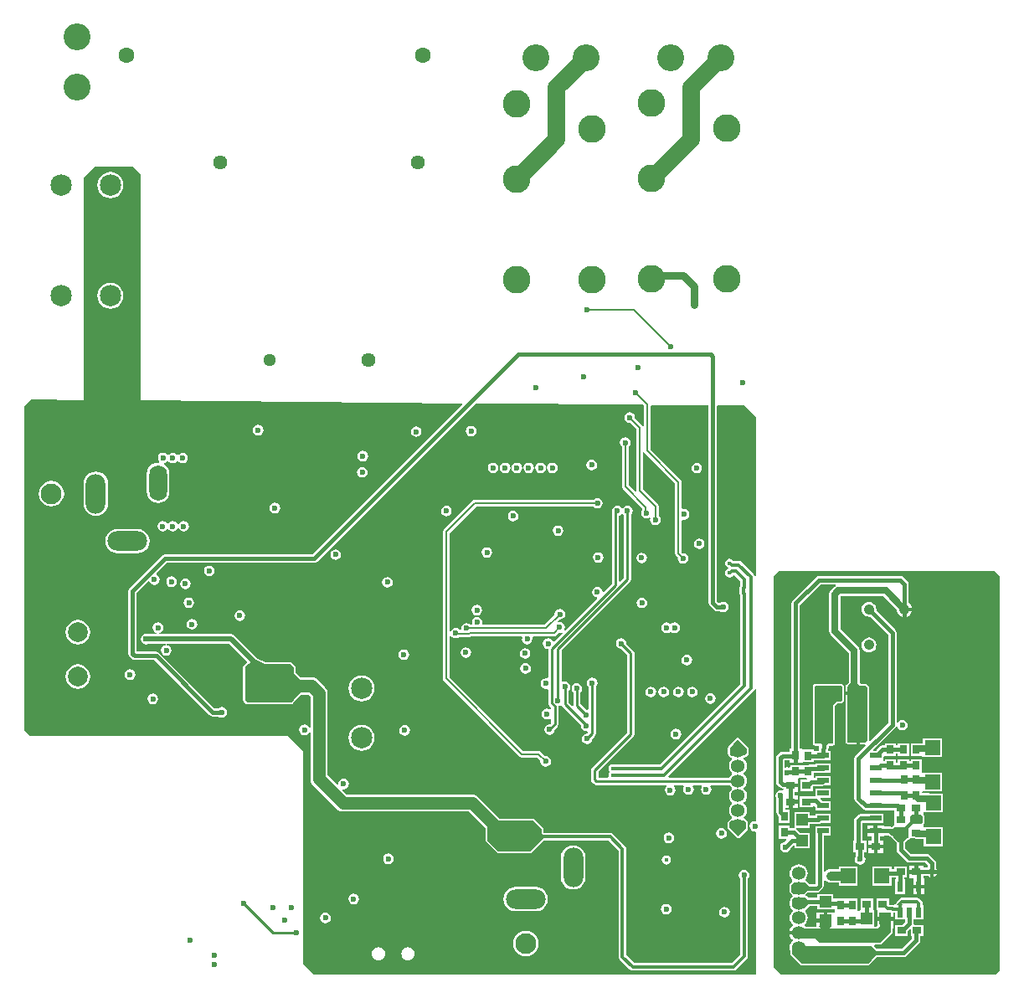
<source format=gbl>
G04*
G04 #@! TF.GenerationSoftware,Altium Limited,Altium Designer,20.0.10 (225)*
G04*
G04 Layer_Physical_Order=4*
G04 Layer_Color=16711680*
%FSLAX25Y25*%
%MOIN*%
G70*
G01*
G75*
%ADD103C,0.08268*%
%ADD109R,0.03800X0.03100*%
%ADD110R,0.03100X0.03800*%
%ADD114R,0.04500X0.05000*%
%ADD118R,0.05000X0.04500*%
%ADD145C,0.01100*%
%ADD146C,0.01500*%
%ADD147C,0.02500*%
%ADD148C,0.02000*%
%ADD149C,0.00800*%
%ADD150C,0.01000*%
%ADD151C,0.01200*%
%ADD152C,0.03000*%
%ADD154C,0.05000*%
%ADD155C,0.01476*%
%ADD156C,0.07000*%
%ADD158C,0.05354*%
%ADD159C,0.04095*%
%ADD160C,0.08504*%
%ADD161C,0.11024*%
%ADD162C,0.05669*%
%ADD163C,0.05039*%
%ADD164C,0.10709*%
%ADD165C,0.06299*%
%ADD166O,0.07087X0.14173*%
%ADD167O,0.15748X0.07874*%
%ADD168O,0.07874X0.15748*%
%ADD169C,0.07874*%
%ADD170O,0.14173X0.07087*%
%ADD171C,0.02362*%
%ADD172C,0.01772*%
%ADD209R,0.04724X0.04724*%
%ADD210R,0.02362X0.04331*%
%ADD211R,0.06000X0.06300*%
%ADD212R,0.04646X0.02284*%
%ADD213R,0.06300X0.06000*%
%ADD214C,0.03500*%
G36*
X49606Y320866D02*
Y230739D01*
X177463Y229675D01*
X177653Y229212D01*
X117903Y169462D01*
X59070D01*
X58426Y169334D01*
X57880Y168970D01*
X57880Y168970D01*
X45030Y156120D01*
X44666Y155574D01*
X44538Y154930D01*
Y129979D01*
X44666Y129335D01*
X45030Y128789D01*
X45909Y127910D01*
X46455Y127546D01*
X47099Y127418D01*
X54933D01*
X76885Y105465D01*
X76885Y105465D01*
X77431Y105101D01*
X78075Y104973D01*
X80467D01*
X80883Y104695D01*
X81695Y104533D01*
X82507Y104695D01*
X83195Y105155D01*
X83655Y105843D01*
X83817Y106655D01*
X83655Y107467D01*
X83195Y108155D01*
X82507Y108615D01*
X81695Y108777D01*
X80883Y108615D01*
X80467Y108337D01*
X78772D01*
X56820Y130290D01*
X56274Y130654D01*
X55630Y130782D01*
X47902D01*
Y154233D01*
X52417Y158748D01*
X52966Y158589D01*
X53360Y158000D01*
X54048Y157540D01*
X54860Y157378D01*
X55672Y157540D01*
X56360Y158000D01*
X56820Y158688D01*
X56982Y159500D01*
X56820Y160312D01*
X56360Y161000D01*
X55771Y161394D01*
X55612Y161943D01*
X59767Y166098D01*
X118600D01*
X119244Y166226D01*
X119790Y166590D01*
X182829Y229630D01*
X249395Y229076D01*
X249825Y228647D01*
Y220621D01*
X249365Y220529D01*
X249324Y220538D01*
X249047Y220953D01*
X246191Y223809D01*
X246232Y224016D01*
X246070Y224828D01*
X245610Y225516D01*
X244922Y225976D01*
X244110Y226138D01*
X243298Y225976D01*
X242610Y225516D01*
X242150Y224828D01*
X241988Y224016D01*
X242150Y223204D01*
X242610Y222515D01*
X243298Y222055D01*
X244110Y221894D01*
X244316Y221935D01*
X246784Y219467D01*
Y194880D01*
X246810Y194752D01*
X246349Y194505D01*
X243700Y197155D01*
Y212399D01*
X243875Y212515D01*
X244335Y213204D01*
X244496Y214016D01*
X244335Y214828D01*
X243875Y215516D01*
X243186Y215976D01*
X242374Y216138D01*
X241562Y215976D01*
X240874Y215516D01*
X240414Y214828D01*
X240252Y214016D01*
X240414Y213204D01*
X240874Y212515D01*
X241049Y212399D01*
Y196606D01*
X241150Y196098D01*
X241437Y195668D01*
X249266Y187840D01*
Y187315D01*
X248930Y186812D01*
X248768Y186000D01*
X248930Y185188D01*
X249390Y184500D01*
X250078Y184040D01*
X250890Y183878D01*
X251702Y184040D01*
X251932Y184193D01*
X252380Y183891D01*
X252258Y183280D01*
X252420Y182468D01*
X252880Y181780D01*
X253568Y181320D01*
X254380Y181158D01*
X255192Y181320D01*
X255880Y181780D01*
X256340Y182468D01*
X256502Y183280D01*
X256340Y184092D01*
X255880Y184780D01*
X255705Y184897D01*
Y188610D01*
X255605Y189117D01*
X255317Y189547D01*
X249435Y195429D01*
Y210155D01*
X249895Y210247D01*
X249936Y210238D01*
X250213Y209823D01*
X262193Y197842D01*
Y169811D01*
X262294Y169304D01*
X262582Y168874D01*
X263289Y168166D01*
X263248Y167960D01*
X263410Y167148D01*
X263870Y166460D01*
X264558Y166000D01*
X265370Y165838D01*
X266182Y166000D01*
X266870Y166460D01*
X267330Y167148D01*
X267492Y167960D01*
X267330Y168772D01*
X266870Y169460D01*
X266182Y169920D01*
X265370Y170082D01*
X265216Y170051D01*
X264844Y170383D01*
Y183040D01*
X265344Y183429D01*
X265800Y183338D01*
X266612Y183500D01*
X267300Y183960D01*
X267760Y184648D01*
X267922Y185460D01*
X267760Y186272D01*
X267300Y186960D01*
X266612Y187420D01*
X265800Y187582D01*
X265344Y187491D01*
X264844Y187880D01*
Y198391D01*
X264743Y198898D01*
X264456Y199328D01*
X252476Y211309D01*
Y228695D01*
X252831Y229047D01*
X275578Y228858D01*
Y150250D01*
X275706Y149606D01*
X276070Y149060D01*
X277717Y147414D01*
X278263Y147049D01*
X278907Y146921D01*
X280089D01*
X280505Y146643D01*
X281317Y146481D01*
X282129Y146643D01*
X282817Y147103D01*
X283277Y147791D01*
X283439Y148603D01*
X283277Y149415D01*
X282817Y150103D01*
X282129Y150564D01*
X281317Y150725D01*
X280505Y150564D01*
X280089Y150285D01*
X279604D01*
X278942Y150947D01*
Y228475D01*
X279297Y228827D01*
X289764Y228740D01*
X294488Y224016D01*
Y160935D01*
X293988Y160885D01*
X293937Y161142D01*
X293575Y161683D01*
X293575Y161683D01*
X288760Y166499D01*
X288218Y166861D01*
X287579Y166988D01*
X287579Y166988D01*
X285418D01*
X285197Y167317D01*
X284607Y167712D01*
X283910Y167851D01*
X283213Y167712D01*
X282623Y167317D01*
X282228Y166727D01*
X282089Y166030D01*
X282228Y165333D01*
X282623Y164743D01*
X283181Y164369D01*
X283223Y164321D01*
X283300Y164095D01*
X283268Y163960D01*
X283182Y163778D01*
X282643Y163417D01*
X282248Y162827D01*
X282109Y162130D01*
X282248Y161433D01*
X282643Y160843D01*
X283233Y160448D01*
X283930Y160309D01*
X284627Y160448D01*
X285217Y160843D01*
X285391Y161102D01*
X285901Y161133D01*
X288249Y158785D01*
Y157323D01*
X287961Y156893D01*
X287834Y156254D01*
Y153778D01*
X287961Y153139D01*
X288249Y152708D01*
Y118020D01*
X256044Y85816D01*
X238225D01*
X238207Y85828D01*
X237510Y85966D01*
X236813Y85828D01*
X236223Y85433D01*
X235828Y84842D01*
X235689Y84146D01*
X235828Y83449D01*
X236189Y82908D01*
X235828Y82367D01*
X235689Y81670D01*
X235800Y81112D01*
X235513Y80612D01*
X231738D01*
Y83068D01*
X245575Y96905D01*
X245896Y97384D01*
X246008Y97950D01*
Y130240D01*
X245896Y130806D01*
X245575Y131285D01*
X242865Y133996D01*
X242870Y134022D01*
X242708Y134834D01*
X242248Y135522D01*
X241560Y135982D01*
X240748Y136144D01*
X239936Y135982D01*
X239248Y135522D01*
X238788Y134834D01*
X238626Y134022D01*
X238788Y133210D01*
X239248Y132522D01*
X239936Y132062D01*
X240748Y131900D01*
X240774Y131905D01*
X243052Y129628D01*
Y98562D01*
X229215Y84725D01*
X228894Y84246D01*
X228782Y83680D01*
Y79778D01*
X228894Y79212D01*
X229215Y78733D01*
X229859Y78088D01*
X230339Y77768D01*
X230904Y77655D01*
X258685D01*
X258837Y77155D01*
X258770Y77110D01*
X258310Y76422D01*
X258148Y75610D01*
X258310Y74798D01*
X258770Y74110D01*
X259458Y73650D01*
X260270Y73488D01*
X261082Y73650D01*
X261770Y74110D01*
X262230Y74798D01*
X262392Y75610D01*
X262230Y76422D01*
X261770Y77110D01*
X261703Y77155D01*
X261855Y77655D01*
X265592D01*
X265859Y77155D01*
X265550Y76692D01*
X265388Y75880D01*
X265550Y75068D01*
X266010Y74380D01*
X266698Y73920D01*
X267510Y73758D01*
X268322Y73920D01*
X269010Y74380D01*
X269470Y75068D01*
X269632Y75880D01*
X269470Y76692D01*
X269161Y77155D01*
X269428Y77655D01*
X272652D01*
X272919Y77155D01*
X272610Y76692D01*
X272448Y75880D01*
X272610Y75068D01*
X273070Y74380D01*
X273758Y73920D01*
X274570Y73758D01*
X275382Y73920D01*
X276070Y74380D01*
X276530Y75068D01*
X276692Y75880D01*
X276530Y76692D01*
X276221Y77155D01*
X276488Y77655D01*
X284087D01*
X284125Y77562D01*
X284699Y76815D01*
X284896Y76664D01*
Y76164D01*
X284699Y76012D01*
X284125Y75265D01*
X283765Y74395D01*
X283642Y73461D01*
X283765Y72527D01*
X284125Y71657D01*
X284699Y70910D01*
X284896Y70758D01*
X284896Y70258D01*
X284699Y70107D01*
X284125Y69359D01*
X283765Y68489D01*
X283642Y67555D01*
X283765Y66622D01*
X284125Y65751D01*
X284699Y65004D01*
X284896Y64853D01*
X284896Y64353D01*
X284699Y64201D01*
X284649Y64136D01*
X284553Y64134D01*
X284423Y64106D01*
X284293Y64080D01*
X284288Y64076D01*
X284281Y64075D01*
X284172Y63999D01*
X284062Y63925D01*
X283348Y63212D01*
X283194Y62981D01*
X283139Y62708D01*
X283139Y60804D01*
X283139Y60628D01*
X283194Y60355D01*
X283348Y60123D01*
X286890Y56582D01*
X286903Y56573D01*
X286912Y56560D01*
X287018Y56496D01*
X287121Y56427D01*
X287137Y56424D01*
X287150Y56416D01*
X287273Y56397D01*
X287394Y56373D01*
X287410Y56376D01*
X287426Y56374D01*
X287546Y56403D01*
X287668Y56427D01*
X287681Y56436D01*
X287696Y56440D01*
X287796Y56513D01*
X287899Y56582D01*
X287908Y56595D01*
X287921Y56604D01*
X291077Y60050D01*
X291142Y60156D01*
X291211Y60259D01*
X291214Y60275D01*
X291222Y60288D01*
X291241Y60411D01*
X291265Y60532D01*
Y62768D01*
X291211Y63041D01*
X291056Y63272D01*
X290308Y64021D01*
X290302Y64024D01*
X290298Y64030D01*
X290187Y64101D01*
X290076Y64175D01*
X290070Y64176D01*
X290064Y64180D01*
X289933Y64204D01*
X289803Y64230D01*
X289643Y64570D01*
X289604Y64663D01*
Y64853D01*
X289801Y65004D01*
X290375Y65751D01*
X290735Y66622D01*
X290858Y67555D01*
X290735Y68489D01*
X290375Y69359D01*
X289801Y70107D01*
X289604Y70258D01*
X289604Y70758D01*
X289801Y70910D01*
X290375Y71657D01*
X290735Y72527D01*
X290858Y73461D01*
X290735Y74395D01*
X290375Y75265D01*
X289801Y76012D01*
X289604Y76164D01*
Y76664D01*
X289801Y76815D01*
X290375Y77562D01*
X290735Y78433D01*
X290858Y79366D01*
X290735Y80300D01*
X290375Y81171D01*
X289801Y81918D01*
X289604Y82069D01*
X289604Y82569D01*
X289801Y82721D01*
X290375Y83468D01*
X290735Y84338D01*
X290858Y85272D01*
X290735Y86206D01*
X290375Y87076D01*
X289801Y87823D01*
X289604Y87975D01*
X289604Y88475D01*
X289801Y88626D01*
X289851Y88692D01*
X289947Y88693D01*
X290077Y88722D01*
X290207Y88748D01*
X290212Y88751D01*
X290219Y88753D01*
X290328Y88828D01*
X290439Y88902D01*
X291151Y89615D01*
X291306Y89847D01*
X291361Y90120D01*
X291361Y92023D01*
X291360Y92200D01*
X291306Y92473D01*
X291151Y92704D01*
X287610Y96246D01*
X287597Y96254D01*
X287588Y96267D01*
X287482Y96331D01*
X287379Y96400D01*
X287363Y96403D01*
X287350Y96412D01*
X287227Y96430D01*
X287105Y96455D01*
X287090Y96452D01*
X287074Y96454D01*
X286954Y96425D01*
X286832Y96400D01*
X286819Y96391D01*
X286804Y96388D01*
X286704Y96315D01*
X286601Y96246D01*
X286592Y96232D01*
X286579Y96223D01*
X283423Y92777D01*
X283358Y92672D01*
X283289Y92568D01*
X283286Y92553D01*
X283278Y92539D01*
X283259Y92417D01*
X283235Y92295D01*
Y90060D01*
X283289Y89787D01*
X283444Y89555D01*
X284192Y88807D01*
X284198Y88803D01*
X284202Y88798D01*
X284314Y88726D01*
X284424Y88652D01*
X284430Y88651D01*
X284436Y88648D01*
X284567Y88624D01*
X284697Y88598D01*
X284857Y88257D01*
X284896Y88165D01*
Y87975D01*
X284699Y87823D01*
X284125Y87076D01*
X283765Y86206D01*
X283642Y85272D01*
X283765Y84338D01*
X284125Y83468D01*
X284699Y82721D01*
X284896Y82569D01*
X284896Y82069D01*
X284699Y81918D01*
X284125Y81171D01*
X283894Y80612D01*
X259718D01*
X259527Y81074D01*
X293575Y115122D01*
X293575Y115122D01*
X293937Y115664D01*
X293988Y115920D01*
X294488Y115871D01*
Y63683D01*
X294102Y63366D01*
X294020Y63382D01*
X293208Y63220D01*
X292520Y62760D01*
X292060Y62072D01*
X291898Y61260D01*
X292060Y60448D01*
X292520Y59760D01*
X293208Y59300D01*
X294020Y59138D01*
X294102Y59154D01*
X294488Y58837D01*
Y5512D01*
Y2362D01*
X118504D01*
X114173Y6693D01*
Y91339D01*
X108268Y97244D01*
X5512D01*
X3150Y99606D01*
Y228346D01*
X5906Y231102D01*
X26772Y230929D01*
Y319685D01*
X31102Y324016D01*
X46457D01*
X49606Y320866D01*
D02*
G37*
G36*
X290647Y92200D02*
X290647Y92023D01*
X290647Y90120D01*
X289934Y89407D01*
X284697Y89312D01*
X283949Y90060D01*
Y92295D01*
X287105Y95741D01*
X290647Y92200D01*
D02*
G37*
G36*
X290551Y62768D02*
Y60532D01*
X287394Y57087D01*
X283853Y60628D01*
X283853Y60804D01*
X283853Y62708D01*
X284566Y63421D01*
X289803Y63516D01*
X290551Y62768D01*
D02*
G37*
G36*
X391339Y161024D02*
X391339Y3937D01*
X389764Y2362D01*
X304331D01*
X301575Y5118D01*
Y161024D01*
X303543Y162992D01*
X389370D01*
X391339Y161024D01*
D02*
G37*
%LPC*%
G36*
X37402Y321732D02*
X36057Y321555D01*
X34803Y321036D01*
X33727Y320210D01*
X32901Y319134D01*
X32382Y317880D01*
X32205Y316535D01*
X32382Y315191D01*
X32901Y313937D01*
X33727Y312861D01*
X34803Y312035D01*
X36057Y311516D01*
X37402Y311339D01*
X38747Y311516D01*
X40000Y312035D01*
X41076Y312861D01*
X41902Y313937D01*
X42421Y315191D01*
X42598Y316535D01*
X42421Y317880D01*
X41902Y319134D01*
X41076Y320210D01*
X40000Y321036D01*
X38747Y321555D01*
X37402Y321732D01*
D02*
G37*
G36*
X37402Y277637D02*
X36057Y277460D01*
X34803Y276941D01*
X33727Y276115D01*
X32901Y275039D01*
X32382Y273786D01*
X32205Y272441D01*
X32382Y271096D01*
X32901Y269843D01*
X33727Y268766D01*
X34803Y267941D01*
X36057Y267422D01*
X37402Y267245D01*
X38747Y267422D01*
X40000Y267941D01*
X41076Y268766D01*
X41902Y269843D01*
X42421Y271096D01*
X42598Y272441D01*
X42421Y273786D01*
X41902Y275039D01*
X41076Y276115D01*
X40000Y276941D01*
X38747Y277460D01*
X37402Y277637D01*
D02*
G37*
G36*
X96230Y221082D02*
X95418Y220920D01*
X94730Y220460D01*
X94270Y219772D01*
X94108Y218960D01*
X94270Y218148D01*
X94730Y217460D01*
X95418Y217000D01*
X96230Y216838D01*
X97042Y217000D01*
X97730Y217460D01*
X98190Y218148D01*
X98352Y218960D01*
X98190Y219772D01*
X97730Y220460D01*
X97042Y220920D01*
X96230Y221082D01*
D02*
G37*
G36*
X180990Y220702D02*
X180178Y220540D01*
X179490Y220080D01*
X179030Y219392D01*
X178868Y218580D01*
X179030Y217768D01*
X179490Y217080D01*
X180178Y216620D01*
X180990Y216458D01*
X181802Y216620D01*
X182490Y217080D01*
X182950Y217768D01*
X183112Y218580D01*
X182950Y219392D01*
X182490Y220080D01*
X181802Y220540D01*
X180990Y220702D01*
D02*
G37*
G36*
X159130Y220512D02*
X158318Y220350D01*
X157630Y219890D01*
X157170Y219202D01*
X157008Y218390D01*
X157170Y217578D01*
X157630Y216890D01*
X158318Y216430D01*
X159130Y216268D01*
X159942Y216430D01*
X160630Y216890D01*
X161090Y217578D01*
X161252Y218390D01*
X161090Y219202D01*
X160630Y219890D01*
X159942Y220350D01*
X159130Y220512D01*
D02*
G37*
G36*
X137850Y210732D02*
X137038Y210570D01*
X136350Y210110D01*
X135890Y209422D01*
X135728Y208610D01*
X135890Y207798D01*
X136350Y207110D01*
X137038Y206650D01*
X137850Y206488D01*
X138662Y206650D01*
X139350Y207110D01*
X139810Y207798D01*
X139972Y208610D01*
X139810Y209422D01*
X139350Y210110D01*
X138662Y210570D01*
X137850Y210732D01*
D02*
G37*
G36*
X58400Y210022D02*
X57588Y209860D01*
X56900Y209400D01*
X56440Y208712D01*
X56278Y207900D01*
X56440Y207088D01*
X56830Y206504D01*
X56669Y206124D01*
X56590Y206031D01*
X56398Y206056D01*
X55238Y205904D01*
X54157Y205456D01*
X53229Y204744D01*
X52516Y203816D01*
X52069Y202735D01*
X51916Y201575D01*
Y194488D01*
X52069Y193328D01*
X52516Y192247D01*
X53229Y191319D01*
X54157Y190607D01*
X55238Y190159D01*
X56398Y190006D01*
X57558Y190159D01*
X58639Y190607D01*
X59567Y191319D01*
X60279Y192247D01*
X60727Y193328D01*
X60879Y194488D01*
Y201575D01*
X60727Y202735D01*
X60279Y203816D01*
X59567Y204744D01*
X58784Y205345D01*
X58870Y205863D01*
X58875Y205873D01*
X59212Y205940D01*
X59900Y206400D01*
X60044Y206614D01*
X60544D01*
X60704Y206374D01*
X61393Y205914D01*
X62205Y205752D01*
X63017Y205914D01*
X63705Y206374D01*
X63873Y206624D01*
X64474D01*
X64641Y206374D01*
X65330Y205914D01*
X66142Y205752D01*
X66954Y205914D01*
X67642Y206374D01*
X68102Y207062D01*
X68264Y207874D01*
X68102Y208686D01*
X67642Y209374D01*
X66954Y209834D01*
X66142Y209996D01*
X65330Y209834D01*
X64641Y209374D01*
X64474Y209124D01*
X63873D01*
X63705Y209374D01*
X63017Y209834D01*
X62205Y209996D01*
X61393Y209834D01*
X60704Y209374D01*
X60561Y209160D01*
X60061D01*
X59900Y209400D01*
X59212Y209860D01*
X58400Y210022D01*
D02*
G37*
G36*
X228990Y207292D02*
X228178Y207130D01*
X227490Y206670D01*
X227030Y205982D01*
X226868Y205170D01*
X227030Y204358D01*
X227490Y203670D01*
X228178Y203210D01*
X228990Y203048D01*
X229802Y203210D01*
X230490Y203670D01*
X230950Y204358D01*
X231112Y205170D01*
X230950Y205982D01*
X230490Y206670D01*
X229802Y207130D01*
X228990Y207292D01*
D02*
G37*
G36*
X213386Y206059D02*
X212574Y205897D01*
X211885Y205437D01*
X211425Y204749D01*
X211264Y203937D01*
X211425Y203125D01*
X211885Y202437D01*
X212574Y201977D01*
X213386Y201815D01*
X214198Y201977D01*
X214886Y202437D01*
X215346Y203125D01*
X215508Y203937D01*
X215346Y204749D01*
X214886Y205437D01*
X214198Y205897D01*
X213386Y206059D01*
D02*
G37*
G36*
X208661D02*
X207849Y205897D01*
X207161Y205437D01*
X206701Y204749D01*
X206540Y203937D01*
X206701Y203125D01*
X207161Y202437D01*
X207849Y201977D01*
X208661Y201815D01*
X209473Y201977D01*
X210162Y202437D01*
X210622Y203125D01*
X210783Y203937D01*
X210622Y204749D01*
X210162Y205437D01*
X209473Y205897D01*
X208661Y206059D01*
D02*
G37*
G36*
X203937D02*
X203125Y205897D01*
X202437Y205437D01*
X201977Y204749D01*
X201815Y203937D01*
X201977Y203125D01*
X202437Y202437D01*
X203125Y201977D01*
X203937Y201815D01*
X204749Y201977D01*
X205437Y202437D01*
X205897Y203125D01*
X206059Y203937D01*
X205897Y204749D01*
X205437Y205437D01*
X204749Y205897D01*
X203937Y206059D01*
D02*
G37*
G36*
X199213D02*
X198401Y205897D01*
X197712Y205437D01*
X197252Y204749D01*
X197091Y203937D01*
X197252Y203125D01*
X197712Y202437D01*
X198401Y201977D01*
X199213Y201815D01*
X200025Y201977D01*
X200713Y202437D01*
X201173Y203125D01*
X201335Y203937D01*
X201173Y204749D01*
X200713Y205437D01*
X200025Y205897D01*
X199213Y206059D01*
D02*
G37*
G36*
X194488D02*
X193676Y205897D01*
X192988Y205437D01*
X192528Y204749D01*
X192366Y203937D01*
X192528Y203125D01*
X192988Y202437D01*
X193676Y201977D01*
X194488Y201815D01*
X195300Y201977D01*
X195989Y202437D01*
X196449Y203125D01*
X196610Y203937D01*
X196449Y204749D01*
X195989Y205437D01*
X195300Y205897D01*
X194488Y206059D01*
D02*
G37*
G36*
X189764D02*
X188952Y205897D01*
X188263Y205437D01*
X187803Y204749D01*
X187642Y203937D01*
X187803Y203125D01*
X188263Y202437D01*
X188952Y201977D01*
X189764Y201815D01*
X190576Y201977D01*
X191264Y202437D01*
X191724Y203125D01*
X191886Y203937D01*
X191724Y204749D01*
X191264Y205437D01*
X190576Y205897D01*
X189764Y206059D01*
D02*
G37*
G36*
X270800Y206012D02*
X269988Y205850D01*
X269300Y205390D01*
X268840Y204702D01*
X268678Y203890D01*
X268840Y203078D01*
X269300Y202390D01*
X269988Y201930D01*
X270800Y201768D01*
X271612Y201930D01*
X272300Y202390D01*
X272760Y203078D01*
X272922Y203890D01*
X272760Y204702D01*
X272300Y205390D01*
X271612Y205850D01*
X270800Y206012D01*
D02*
G37*
G36*
X137710Y204332D02*
X136898Y204170D01*
X136210Y203710D01*
X135750Y203022D01*
X135588Y202210D01*
X135750Y201398D01*
X136210Y200710D01*
X136898Y200250D01*
X137710Y200088D01*
X138522Y200250D01*
X139210Y200710D01*
X139670Y201398D01*
X139832Y202210D01*
X139670Y203022D01*
X139210Y203710D01*
X138522Y204170D01*
X137710Y204332D01*
D02*
G37*
G36*
X13878Y198778D02*
X12564Y198605D01*
X11339Y198098D01*
X10288Y197291D01*
X9481Y196239D01*
X8974Y195015D01*
X8801Y193701D01*
X8974Y192387D01*
X9481Y191162D01*
X10288Y190111D01*
X11339Y189304D01*
X12564Y188796D01*
X13878Y188623D01*
X15192Y188796D01*
X16417Y189304D01*
X17468Y190111D01*
X18275Y191162D01*
X18782Y192387D01*
X18955Y193701D01*
X18782Y195015D01*
X18275Y196239D01*
X17468Y197291D01*
X16417Y198098D01*
X15192Y198605D01*
X13878Y198778D01*
D02*
G37*
G36*
X102840Y190132D02*
X102028Y189970D01*
X101340Y189510D01*
X100880Y188822D01*
X100718Y188010D01*
X100880Y187198D01*
X101340Y186510D01*
X102028Y186050D01*
X102840Y185888D01*
X103652Y186050D01*
X104340Y186510D01*
X104800Y187198D01*
X104962Y188010D01*
X104800Y188822D01*
X104340Y189510D01*
X103652Y189970D01*
X102840Y190132D01*
D02*
G37*
G36*
X31594Y202517D02*
X30332Y202350D01*
X29155Y201863D01*
X28145Y201088D01*
X27369Y200077D01*
X26882Y198900D01*
X26716Y197638D01*
Y189764D01*
X26882Y188501D01*
X27369Y187324D01*
X28145Y186314D01*
X29155Y185539D01*
X30332Y185051D01*
X31594Y184885D01*
X32857Y185051D01*
X34034Y185539D01*
X35044Y186314D01*
X35820Y187324D01*
X36307Y188501D01*
X36473Y189764D01*
Y197638D01*
X36307Y198900D01*
X35820Y200077D01*
X35044Y201088D01*
X34034Y201863D01*
X32857Y202350D01*
X31594Y202517D01*
D02*
G37*
G36*
X171120Y188892D02*
X170308Y188730D01*
X169620Y188270D01*
X169160Y187582D01*
X168998Y186770D01*
X169160Y185958D01*
X169620Y185270D01*
X170308Y184810D01*
X171120Y184648D01*
X171932Y184810D01*
X172620Y185270D01*
X173080Y185958D01*
X173242Y186770D01*
X173080Y187582D01*
X172620Y188270D01*
X171932Y188730D01*
X171120Y188892D01*
D02*
G37*
G36*
X197740Y186912D02*
X196928Y186750D01*
X196240Y186290D01*
X195780Y185602D01*
X195618Y184790D01*
X195780Y183978D01*
X196240Y183290D01*
X196928Y182830D01*
X197740Y182668D01*
X198552Y182830D01*
X199240Y183290D01*
X199700Y183978D01*
X199862Y184790D01*
X199700Y185602D01*
X199240Y186290D01*
X198552Y186750D01*
X197740Y186912D01*
D02*
G37*
G36*
X66535Y182831D02*
X65723Y182669D01*
X65035Y182209D01*
X64648Y181630D01*
X64477Y181591D01*
X64263D01*
X64092Y181630D01*
X63705Y182209D01*
X63017Y182669D01*
X62205Y182831D01*
X61393Y182669D01*
X60704Y182209D01*
X60537Y181958D01*
X59936D01*
X59768Y182209D01*
X59080Y182669D01*
X58268Y182831D01*
X57456Y182669D01*
X56767Y182209D01*
X56307Y181521D01*
X56146Y180709D01*
X56307Y179897D01*
X56767Y179208D01*
X57456Y178748D01*
X58268Y178587D01*
X59080Y178748D01*
X59768Y179208D01*
X59936Y179459D01*
X60537D01*
X60704Y179208D01*
X61393Y178748D01*
X62205Y178587D01*
X63017Y178748D01*
X63705Y179208D01*
X64092Y179788D01*
X64263Y179826D01*
X64477D01*
X64648Y179788D01*
X65035Y179208D01*
X65723Y178748D01*
X66535Y178587D01*
X67347Y178748D01*
X68036Y179208D01*
X68496Y179897D01*
X68657Y180709D01*
X68496Y181521D01*
X68036Y182209D01*
X67347Y182669D01*
X66535Y182831D01*
D02*
G37*
G36*
X215640Y181042D02*
X214828Y180880D01*
X214140Y180420D01*
X213680Y179732D01*
X213518Y178920D01*
X213680Y178108D01*
X214140Y177420D01*
X214828Y176960D01*
X215640Y176798D01*
X216452Y176960D01*
X217140Y177420D01*
X217600Y178108D01*
X217762Y178920D01*
X217600Y179732D01*
X217140Y180420D01*
X216452Y180880D01*
X215640Y181042D01*
D02*
G37*
G36*
X271820Y175852D02*
X271008Y175690D01*
X270320Y175230D01*
X269860Y174542D01*
X269698Y173730D01*
X269860Y172918D01*
X270320Y172230D01*
X271008Y171770D01*
X271820Y171608D01*
X272632Y171770D01*
X273320Y172230D01*
X273780Y172918D01*
X273942Y173730D01*
X273780Y174542D01*
X273320Y175230D01*
X272632Y175690D01*
X271820Y175852D01*
D02*
G37*
G36*
X48130Y179682D02*
X40256D01*
X38993Y179516D01*
X37817Y179028D01*
X36806Y178253D01*
X36031Y177243D01*
X35543Y176066D01*
X35377Y174803D01*
X35543Y173540D01*
X36031Y172364D01*
X36806Y171353D01*
X37817Y170578D01*
X38993Y170091D01*
X40256Y169924D01*
X48130D01*
X49393Y170091D01*
X50569Y170578D01*
X51580Y171353D01*
X52355Y172364D01*
X52842Y173540D01*
X53009Y174803D01*
X52842Y176066D01*
X52355Y177243D01*
X51580Y178253D01*
X50569Y179028D01*
X49393Y179516D01*
X48130Y179682D01*
D02*
G37*
G36*
X187310Y172392D02*
X186498Y172230D01*
X185810Y171770D01*
X185350Y171082D01*
X185188Y170270D01*
X185350Y169458D01*
X185810Y168770D01*
X186498Y168310D01*
X187310Y168148D01*
X188122Y168310D01*
X188810Y168770D01*
X189270Y169458D01*
X189432Y170270D01*
X189270Y171082D01*
X188810Y171770D01*
X188122Y172230D01*
X187310Y172392D01*
D02*
G37*
G36*
X127090Y171542D02*
X126278Y171380D01*
X125590Y170920D01*
X125130Y170232D01*
X124968Y169420D01*
X125130Y168608D01*
X125590Y167920D01*
X126278Y167460D01*
X127090Y167298D01*
X127902Y167460D01*
X128590Y167920D01*
X129050Y168608D01*
X129212Y169420D01*
X129050Y170232D01*
X128590Y170920D01*
X127902Y171380D01*
X127090Y171542D01*
D02*
G37*
G36*
X231580Y170382D02*
X230768Y170220D01*
X230080Y169760D01*
X229620Y169072D01*
X229458Y168260D01*
X229620Y167448D01*
X230080Y166760D01*
X230768Y166300D01*
X231580Y166138D01*
X232392Y166300D01*
X233080Y166760D01*
X233540Y167448D01*
X233702Y168260D01*
X233540Y169072D01*
X233080Y169760D01*
X232392Y170220D01*
X231580Y170382D01*
D02*
G37*
G36*
X248930Y170192D02*
X248118Y170030D01*
X247430Y169570D01*
X246970Y168882D01*
X246808Y168070D01*
X246970Y167258D01*
X247430Y166570D01*
X248118Y166110D01*
X248930Y165948D01*
X249742Y166110D01*
X250430Y166570D01*
X250890Y167258D01*
X251052Y168070D01*
X250890Y168882D01*
X250430Y169570D01*
X249742Y170030D01*
X248930Y170192D01*
D02*
G37*
G36*
X76772Y165024D02*
X75960Y164862D01*
X75271Y164402D01*
X74811Y163714D01*
X74650Y162902D01*
X74811Y162090D01*
X75271Y161401D01*
X75960Y160941D01*
X76772Y160780D01*
X77584Y160941D01*
X78272Y161401D01*
X78732Y162090D01*
X78894Y162902D01*
X78732Y163714D01*
X78272Y164402D01*
X77584Y164862D01*
X76772Y165024D01*
D02*
G37*
G36*
X61750Y160732D02*
X60938Y160570D01*
X60250Y160110D01*
X59790Y159422D01*
X59628Y158610D01*
X59790Y157798D01*
X60250Y157110D01*
X60938Y156650D01*
X61750Y156488D01*
X62562Y156650D01*
X63250Y157110D01*
X63710Y157798D01*
X63872Y158610D01*
X63710Y159422D01*
X63250Y160110D01*
X62562Y160570D01*
X61750Y160732D01*
D02*
G37*
G36*
X147700Y160552D02*
X146888Y160390D01*
X146200Y159930D01*
X145740Y159242D01*
X145578Y158430D01*
X145740Y157618D01*
X146200Y156930D01*
X146888Y156470D01*
X147700Y156308D01*
X148512Y156470D01*
X149200Y156930D01*
X149660Y157618D01*
X149822Y158430D01*
X149660Y159242D01*
X149200Y159930D01*
X148512Y160390D01*
X147700Y160552D01*
D02*
G37*
G36*
X67250Y159952D02*
X66438Y159790D01*
X65750Y159330D01*
X65290Y158642D01*
X65128Y157830D01*
X65290Y157018D01*
X65750Y156330D01*
X66438Y155870D01*
X67250Y155708D01*
X68062Y155870D01*
X68750Y156330D01*
X69210Y157018D01*
X69372Y157830D01*
X69210Y158642D01*
X68750Y159330D01*
X68062Y159790D01*
X67250Y159952D01*
D02*
G37*
G36*
X68620Y152362D02*
X67808Y152200D01*
X67120Y151740D01*
X66660Y151052D01*
X66498Y150240D01*
X66660Y149428D01*
X67120Y148740D01*
X67808Y148280D01*
X68620Y148118D01*
X69432Y148280D01*
X70120Y148740D01*
X70580Y149428D01*
X70742Y150240D01*
X70580Y151052D01*
X70120Y151740D01*
X69432Y152200D01*
X68620Y152362D01*
D02*
G37*
G36*
X249050Y152342D02*
X248238Y152180D01*
X247550Y151720D01*
X247090Y151032D01*
X246928Y150220D01*
X247090Y149408D01*
X247550Y148720D01*
X248238Y148260D01*
X249050Y148098D01*
X249862Y148260D01*
X250550Y148720D01*
X251010Y149408D01*
X251172Y150220D01*
X251010Y151032D01*
X250550Y151720D01*
X249862Y152180D01*
X249050Y152342D01*
D02*
G37*
G36*
X183280Y149412D02*
X182468Y149250D01*
X181780Y148790D01*
X181320Y148102D01*
X181158Y147290D01*
X181320Y146478D01*
X181780Y145790D01*
X182468Y145330D01*
X183280Y145168D01*
X184092Y145330D01*
X184780Y145790D01*
X185240Y146478D01*
X185402Y147290D01*
X185240Y148102D01*
X184780Y148790D01*
X184092Y149250D01*
X183280Y149412D01*
D02*
G37*
G36*
X88930Y147232D02*
X88118Y147070D01*
X87430Y146610D01*
X86970Y145922D01*
X86808Y145110D01*
X86970Y144298D01*
X87430Y143610D01*
X88118Y143150D01*
X88930Y142988D01*
X89742Y143150D01*
X90430Y143610D01*
X90890Y144298D01*
X91052Y145110D01*
X90890Y145922D01*
X90430Y146610D01*
X89742Y147070D01*
X88930Y147232D01*
D02*
G37*
G36*
X262010Y142452D02*
X261198Y142290D01*
X260510Y141830D01*
X260046Y142037D01*
X259682Y142280D01*
X258870Y142442D01*
X258058Y142280D01*
X257370Y141820D01*
X256910Y141132D01*
X256748Y140320D01*
X256910Y139508D01*
X257370Y138820D01*
X258058Y138360D01*
X258870Y138198D01*
X259682Y138360D01*
X260370Y138820D01*
X260834Y138613D01*
X261198Y138370D01*
X262010Y138208D01*
X262822Y138370D01*
X263510Y138830D01*
X263970Y139518D01*
X264132Y140330D01*
X263970Y141142D01*
X263510Y141830D01*
X262822Y142290D01*
X262010Y142452D01*
D02*
G37*
G36*
X69900Y143842D02*
X69088Y143680D01*
X68400Y143220D01*
X67940Y142532D01*
X67778Y141720D01*
X67940Y140908D01*
X68400Y140220D01*
X69088Y139760D01*
X69900Y139598D01*
X70712Y139760D01*
X71400Y140220D01*
X71860Y140908D01*
X72022Y141720D01*
X71860Y142532D01*
X71400Y143220D01*
X70712Y143680D01*
X69900Y143842D01*
D02*
G37*
G36*
X56340Y142422D02*
X55528Y142260D01*
X54840Y141800D01*
X54380Y141112D01*
X54218Y140300D01*
X54380Y139488D01*
X54840Y138800D01*
X55528Y138340D01*
X55908Y138264D01*
X55859Y137764D01*
X52421D01*
X52387Y137787D01*
X51575Y137949D01*
X50763Y137787D01*
X50074Y137327D01*
X49614Y136639D01*
X49453Y135827D01*
X49614Y135015D01*
X50074Y134326D01*
X50763Y133866D01*
X51575Y133705D01*
X52387Y133866D01*
X52421Y133890D01*
X59428D01*
X59478Y133390D01*
X59329Y133360D01*
X58828Y133260D01*
X58140Y132800D01*
X57680Y132112D01*
X57518Y131300D01*
X57680Y130488D01*
X58140Y129800D01*
X58828Y129340D01*
X59640Y129178D01*
X60452Y129340D01*
X61140Y129800D01*
X61600Y130488D01*
X61762Y131300D01*
X61600Y132112D01*
X61140Y132800D01*
X60452Y133260D01*
X59951Y133360D01*
X59803Y133390D01*
X59852Y133890D01*
X84631D01*
X91749Y126771D01*
X91714Y126272D01*
X90517Y125374D01*
X90483Y125336D01*
X90440Y125308D01*
X90390Y125233D01*
X90331Y125167D01*
X90314Y125119D01*
X90285Y125076D01*
X90268Y124988D01*
X90238Y124904D01*
X90241Y124853D01*
X90231Y124803D01*
X90231Y111417D01*
X90285Y111144D01*
X90440Y110913D01*
X91228Y110125D01*
X91459Y109970D01*
X91732Y109916D01*
X109449Y109916D01*
X109722Y109970D01*
X109953Y110125D01*
X110938Y111109D01*
X111092Y111341D01*
X111147Y111614D01*
Y111710D01*
X113159Y113697D01*
X116131D01*
X117051Y112777D01*
Y100718D01*
X116551Y100566D01*
X116180Y101120D01*
X115492Y101580D01*
X114680Y101742D01*
X113868Y101580D01*
X113180Y101120D01*
X112720Y100432D01*
X112558Y99620D01*
X112720Y98808D01*
X113180Y98120D01*
X113868Y97660D01*
X114680Y97498D01*
X115492Y97660D01*
X116180Y98120D01*
X116551Y98674D01*
X117051Y98522D01*
Y80087D01*
X117167Y79199D01*
X117510Y78372D01*
X118055Y77662D01*
X127542Y68175D01*
X128252Y67630D01*
X129079Y67287D01*
X129967Y67171D01*
X179948D01*
X186786Y60332D01*
Y55670D01*
X186841Y55397D01*
X186995Y55165D01*
X191335Y50825D01*
X191567Y50671D01*
X191840Y50616D01*
X204620D01*
X204893Y50671D01*
X205125Y50825D01*
X209840Y55541D01*
X235697D01*
X239701Y51537D01*
Y9360D01*
X239817Y8775D01*
X240149Y8279D01*
X244229Y4199D01*
X244725Y3867D01*
X245310Y3751D01*
X285430D01*
X286015Y3867D01*
X286511Y4199D01*
X290761Y8449D01*
X291093Y8945D01*
X291209Y9530D01*
Y40413D01*
X291640Y41058D01*
X291802Y41870D01*
X291640Y42682D01*
X291180Y43370D01*
X290492Y43830D01*
X289680Y43992D01*
X288868Y43830D01*
X288180Y43370D01*
X287720Y42682D01*
X287558Y41870D01*
X287720Y41058D01*
X288151Y40413D01*
Y10164D01*
X284797Y6809D01*
X245943D01*
X242759Y9994D01*
Y52170D01*
X242643Y52755D01*
X242311Y53251D01*
X237411Y58151D01*
X236915Y58483D01*
X236330Y58599D01*
X209910D01*
X209684Y58826D01*
Y60130D01*
X209629Y60403D01*
X209475Y60635D01*
X206025Y64085D01*
X206024Y64085D01*
X206024Y64085D01*
X205911Y64161D01*
X205793Y64239D01*
X205793Y64239D01*
X205793Y64240D01*
X205657Y64267D01*
X205520Y64294D01*
X205520Y64294D01*
X205520Y64294D01*
X192534Y64284D01*
X183793Y73025D01*
X183083Y73570D01*
X182256Y73913D01*
X181369Y74029D01*
X131387D01*
X129813Y75603D01*
X130060Y76064D01*
X130190Y76038D01*
X131002Y76200D01*
X131690Y76660D01*
X132150Y77348D01*
X132312Y78160D01*
X132150Y78972D01*
X131690Y79660D01*
X131002Y80120D01*
X130190Y80282D01*
X129378Y80120D01*
X128690Y79660D01*
X128230Y78972D01*
X128068Y78160D01*
X128094Y78030D01*
X127633Y77783D01*
X123909Y81507D01*
Y114197D01*
X123793Y115085D01*
X123450Y115912D01*
X122905Y116622D01*
X119976Y119551D01*
X119266Y120096D01*
X118439Y120439D01*
X117551Y120555D01*
X113131D01*
X111147Y122540D01*
Y124606D01*
X111092Y124879D01*
X110938Y125111D01*
X109757Y126292D01*
X109525Y126447D01*
X109252Y126501D01*
X98987D01*
X96009Y127990D01*
X86803Y137197D01*
X86174Y137617D01*
X85433Y137764D01*
X56821D01*
X56772Y138264D01*
X57152Y138340D01*
X57840Y138800D01*
X58300Y139488D01*
X58462Y140300D01*
X58300Y141112D01*
X57840Y141800D01*
X57152Y142260D01*
X56340Y142422D01*
D02*
G37*
G36*
X231310Y192002D02*
X230498Y191840D01*
X229810Y191380D01*
X229693Y191206D01*
X182500D01*
X181993Y191105D01*
X181563Y190817D01*
X170103Y179357D01*
X169815Y178927D01*
X169714Y178420D01*
Y120089D01*
X169815Y119581D01*
X170103Y119151D01*
X200161Y89093D01*
X200591Y88805D01*
X201099Y88705D01*
X207261D01*
X208649Y87316D01*
X208608Y87110D01*
X208770Y86298D01*
X209230Y85610D01*
X209918Y85150D01*
X210730Y84988D01*
X211542Y85150D01*
X212230Y85610D01*
X212690Y86298D01*
X212852Y87110D01*
X212690Y87922D01*
X212230Y88610D01*
X211542Y89070D01*
X210730Y89232D01*
X210524Y89191D01*
X208747Y90967D01*
X208317Y91255D01*
X207810Y91356D01*
X201648D01*
X172365Y120638D01*
Y137052D01*
X172829Y137348D01*
X172865Y137343D01*
X173303Y136689D01*
X173991Y136229D01*
X174803Y136067D01*
X175615Y136229D01*
X175997Y136484D01*
X180079D01*
X180586Y136585D01*
X181003Y136864D01*
X201002D01*
X201312Y136363D01*
X201188Y135740D01*
X201350Y134928D01*
X201810Y134240D01*
X202498Y133780D01*
X203310Y133618D01*
X204122Y133780D01*
X204810Y134240D01*
X205270Y134928D01*
X205432Y135740D01*
X205308Y136363D01*
X205618Y136864D01*
X213979D01*
X214486Y136964D01*
X214916Y137252D01*
X216044Y138379D01*
X216250Y138338D01*
X217062Y138500D01*
X217115Y138535D01*
X217434Y138147D01*
X214086Y134799D01*
X213513Y134933D01*
X213160Y135460D01*
X212472Y135920D01*
X211660Y136082D01*
X210848Y135920D01*
X210160Y135460D01*
X209700Y134772D01*
X209538Y133960D01*
X209700Y133148D01*
X210160Y132460D01*
X210848Y132000D01*
X211660Y131838D01*
X211761Y131755D01*
Y120483D01*
X211262Y120120D01*
X210750Y120222D01*
X209938Y120060D01*
X209250Y119600D01*
X208790Y118912D01*
X208628Y118100D01*
X208790Y117288D01*
X209250Y116600D01*
X209938Y116140D01*
X210750Y115978D01*
X211262Y116080D01*
X211761Y115717D01*
Y110294D01*
X211761Y110294D01*
X211870Y109748D01*
X212180Y109284D01*
X212860Y108604D01*
Y108019D01*
X212360Y107752D01*
X212032Y107970D01*
X211220Y108132D01*
X210408Y107970D01*
X209720Y107510D01*
X209260Y106822D01*
X209098Y106010D01*
X209260Y105198D01*
X209720Y104510D01*
X210408Y104050D01*
X211220Y103888D01*
X212032Y104050D01*
X212360Y104269D01*
X212860Y104001D01*
Y102348D01*
X212356Y101845D01*
X212270Y101862D01*
X211458Y101700D01*
X210770Y101240D01*
X210310Y100552D01*
X210148Y99740D01*
X210310Y98928D01*
X210770Y98240D01*
X211458Y97780D01*
X212270Y97618D01*
X213082Y97780D01*
X213770Y98240D01*
X214230Y98928D01*
X214392Y99740D01*
X214375Y99826D01*
X215296Y100748D01*
X215296Y100748D01*
X215606Y101211D01*
X215714Y101757D01*
Y109187D01*
X216382Y109320D01*
X216623Y109481D01*
X217024Y109314D01*
X217345Y108835D01*
X224704Y101475D01*
X224657Y101240D01*
X224819Y100428D01*
X225278Y99740D01*
X225967Y99280D01*
X226779Y99118D01*
X226960Y99154D01*
X227433Y98787D01*
X227442Y98632D01*
X227220Y98212D01*
X226408Y98051D01*
X225720Y97591D01*
X225260Y96902D01*
X225098Y96090D01*
X225260Y95278D01*
X225720Y94590D01*
X226408Y94130D01*
X227220Y93968D01*
X228032Y94130D01*
X228720Y94590D01*
X229180Y95278D01*
X229342Y96090D01*
X229337Y96116D01*
X230255Y97035D01*
X230576Y97515D01*
X230688Y98080D01*
Y116805D01*
X230710Y116820D01*
X231170Y117508D01*
X231332Y118320D01*
X231170Y119132D01*
X230710Y119820D01*
X230022Y120280D01*
X229210Y120442D01*
X228398Y120280D01*
X227710Y119820D01*
X227250Y119132D01*
X227088Y118320D01*
X227250Y117508D01*
X227710Y116820D01*
X227732Y116805D01*
Y108103D01*
X227232Y107713D01*
X226779Y107803D01*
X226753Y107798D01*
X224568Y109982D01*
Y114645D01*
X224590Y114660D01*
X225050Y115348D01*
X225212Y116160D01*
X225050Y116972D01*
X224590Y117660D01*
X223902Y118120D01*
X223090Y118282D01*
X222278Y118120D01*
X221590Y117660D01*
X221130Y116972D01*
X220968Y116160D01*
X221130Y115348D01*
X221590Y114660D01*
X221612Y114645D01*
Y109456D01*
X221405Y109310D01*
X221129Y109231D01*
X219868Y110492D01*
Y115285D01*
X219890Y115300D01*
X220350Y115988D01*
X220512Y116800D01*
X220350Y117612D01*
X219890Y118300D01*
X219202Y118760D01*
X218390Y118922D01*
X217578Y118760D01*
X217438Y118667D01*
X216997Y118903D01*
Y131269D01*
X244209Y158481D01*
X244209Y158481D01*
X244519Y158944D01*
X244627Y159490D01*
X244627Y159490D01*
Y185251D01*
X244700Y185300D01*
X245160Y185988D01*
X245322Y186800D01*
X245160Y187612D01*
X244700Y188300D01*
X244012Y188760D01*
X243200Y188922D01*
X242388Y188760D01*
X241700Y188300D01*
X241496Y187996D01*
X240895D01*
X240692Y188300D01*
X240004Y188760D01*
X239192Y188922D01*
X238380Y188760D01*
X237691Y188300D01*
X237231Y187612D01*
X237070Y186800D01*
X237110Y186598D01*
X237081Y186555D01*
X236973Y186008D01*
X236973Y186008D01*
Y157685D01*
X233879Y154592D01*
X233342Y154762D01*
X233230Y155322D01*
X232770Y156010D01*
X232082Y156470D01*
X231270Y156632D01*
X230458Y156470D01*
X229770Y156010D01*
X229310Y155322D01*
X229148Y154510D01*
X229310Y153698D01*
X229770Y153010D01*
X230458Y152550D01*
X231018Y152438D01*
X231188Y151901D01*
X218563Y139276D01*
X218175Y139595D01*
X218210Y139648D01*
X218372Y140460D01*
X218210Y141272D01*
X217750Y141960D01*
X217062Y142420D01*
X216250Y142582D01*
X215693Y142471D01*
X215446Y142932D01*
X216124Y143609D01*
X216330Y143568D01*
X217142Y143730D01*
X217830Y144190D01*
X218290Y144878D01*
X218452Y145690D01*
X218290Y146502D01*
X217830Y147190D01*
X217142Y147650D01*
X216330Y147812D01*
X215518Y147650D01*
X214830Y147190D01*
X214370Y146502D01*
X214208Y145690D01*
X214249Y145484D01*
X210182Y141416D01*
X185754D01*
X185412Y141916D01*
X185522Y142470D01*
X185360Y143282D01*
X184900Y143970D01*
X184212Y144430D01*
X183400Y144592D01*
X182588Y144430D01*
X181900Y143970D01*
X181440Y143282D01*
X181278Y142470D01*
X181363Y142042D01*
X181038Y141609D01*
X180634Y141591D01*
X179946Y142051D01*
X179134Y142212D01*
X178322Y142051D01*
X177634Y141591D01*
X177173Y140903D01*
X177012Y140091D01*
X177025Y140023D01*
X176612Y139538D01*
X176400Y139546D01*
X176304Y139689D01*
X175615Y140149D01*
X174803Y140311D01*
X173991Y140149D01*
X173303Y139689D01*
X172865Y139035D01*
X172829Y139030D01*
X172365Y139326D01*
Y177871D01*
X183049Y188555D01*
X229693D01*
X229810Y188380D01*
X230498Y187920D01*
X231310Y187758D01*
X232122Y187920D01*
X232810Y188380D01*
X233270Y189068D01*
X233432Y189880D01*
X233270Y190692D01*
X232810Y191380D01*
X232122Y191840D01*
X231310Y192002D01*
D02*
G37*
G36*
X24409Y143461D02*
X23147Y143295D01*
X21970Y142808D01*
X20960Y142033D01*
X20184Y141022D01*
X19697Y139845D01*
X19531Y138583D01*
X19697Y137320D01*
X20184Y136143D01*
X20960Y135133D01*
X21970Y134358D01*
X23147Y133870D01*
X24409Y133704D01*
X25672Y133870D01*
X26849Y134358D01*
X27859Y135133D01*
X28635Y136143D01*
X29122Y137320D01*
X29288Y138583D01*
X29122Y139845D01*
X28635Y141022D01*
X27859Y142033D01*
X26849Y142808D01*
X25672Y143295D01*
X24409Y143461D01*
D02*
G37*
G36*
X178910Y132552D02*
X178098Y132390D01*
X177410Y131930D01*
X176950Y131242D01*
X176788Y130430D01*
X176950Y129618D01*
X177410Y128930D01*
X178098Y128470D01*
X178910Y128308D01*
X179722Y128470D01*
X180410Y128930D01*
X180870Y129618D01*
X181032Y130430D01*
X180870Y131242D01*
X180410Y131930D01*
X179722Y132390D01*
X178910Y132552D01*
D02*
G37*
G36*
X202470Y132202D02*
X201658Y132040D01*
X200970Y131580D01*
X200510Y130892D01*
X200348Y130080D01*
X200510Y129268D01*
X200970Y128580D01*
X201658Y128120D01*
X202470Y127958D01*
X203282Y128120D01*
X203970Y128580D01*
X204430Y129268D01*
X204592Y130080D01*
X204430Y130892D01*
X203970Y131580D01*
X203282Y132040D01*
X202470Y132202D01*
D02*
G37*
G36*
X154190Y131692D02*
X153378Y131530D01*
X152690Y131070D01*
X152230Y130382D01*
X152068Y129570D01*
X152230Y128758D01*
X152690Y128070D01*
X153378Y127610D01*
X154190Y127448D01*
X155002Y127610D01*
X155690Y128070D01*
X156150Y128758D01*
X156312Y129570D01*
X156150Y130382D01*
X155690Y131070D01*
X155002Y131530D01*
X154190Y131692D01*
D02*
G37*
G36*
X266840Y129592D02*
X266028Y129430D01*
X265340Y128970D01*
X264880Y128282D01*
X264718Y127470D01*
X264880Y126658D01*
X265340Y125970D01*
X266028Y125510D01*
X266840Y125348D01*
X267652Y125510D01*
X268340Y125970D01*
X268800Y126658D01*
X268962Y127470D01*
X268800Y128282D01*
X268340Y128970D01*
X267652Y129430D01*
X266840Y129592D01*
D02*
G37*
G36*
X202692Y126230D02*
X201880Y126069D01*
X201191Y125609D01*
X200731Y124920D01*
X200570Y124108D01*
X200731Y123296D01*
X201191Y122608D01*
X201880Y122148D01*
X202692Y121986D01*
X203504Y122148D01*
X204192Y122608D01*
X204652Y123296D01*
X204814Y124108D01*
X204652Y124920D01*
X204192Y125609D01*
X203504Y126069D01*
X202692Y126230D01*
D02*
G37*
G36*
X45230Y123732D02*
X44418Y123570D01*
X43730Y123110D01*
X43270Y122422D01*
X43108Y121610D01*
X43270Y120798D01*
X43730Y120110D01*
X44418Y119650D01*
X45230Y119488D01*
X46042Y119650D01*
X46730Y120110D01*
X47190Y120798D01*
X47352Y121610D01*
X47190Y122422D01*
X46730Y123110D01*
X46042Y123570D01*
X45230Y123732D01*
D02*
G37*
G36*
X24409Y125745D02*
X23147Y125579D01*
X21970Y125091D01*
X20960Y124316D01*
X20184Y123305D01*
X19697Y122129D01*
X19531Y120866D01*
X19697Y119603D01*
X20184Y118427D01*
X20960Y117416D01*
X21970Y116641D01*
X23147Y116154D01*
X24409Y115987D01*
X25672Y116154D01*
X26849Y116641D01*
X27859Y117416D01*
X28635Y118427D01*
X29122Y119603D01*
X29288Y120866D01*
X29122Y122129D01*
X28635Y123305D01*
X27859Y124316D01*
X26849Y125091D01*
X25672Y125579D01*
X24409Y125745D01*
D02*
G37*
G36*
X269079Y116859D02*
X268267Y116698D01*
X267579Y116238D01*
X267119Y115549D01*
X266958Y114737D01*
X267119Y113925D01*
X267579Y113237D01*
X268267Y112777D01*
X269079Y112615D01*
X269892Y112777D01*
X270580Y113237D01*
X271040Y113925D01*
X271201Y114737D01*
X271040Y115549D01*
X270580Y116238D01*
X269892Y116698D01*
X269079Y116859D01*
D02*
G37*
G36*
X263568D02*
X262756Y116698D01*
X262067Y116238D01*
X261607Y115549D01*
X261446Y114737D01*
X261607Y113925D01*
X262067Y113237D01*
X262756Y112777D01*
X263568Y112615D01*
X264380Y112777D01*
X265068Y113237D01*
X265528Y113925D01*
X265690Y114737D01*
X265528Y115549D01*
X265068Y116238D01*
X264380Y116698D01*
X263568Y116859D01*
D02*
G37*
G36*
X257662D02*
X256850Y116698D01*
X256162Y116238D01*
X255702Y115549D01*
X255540Y114737D01*
X255702Y113925D01*
X256162Y113237D01*
X256850Y112777D01*
X257662Y112615D01*
X258474Y112777D01*
X259163Y113237D01*
X259623Y113925D01*
X259784Y114737D01*
X259623Y115549D01*
X259163Y116238D01*
X258474Y116698D01*
X257662Y116859D01*
D02*
G37*
G36*
X252544D02*
X251732Y116698D01*
X251044Y116238D01*
X250584Y115549D01*
X250422Y114737D01*
X250584Y113925D01*
X251044Y113237D01*
X251732Y112777D01*
X252544Y112615D01*
X253356Y112777D01*
X254045Y113237D01*
X254504Y113925D01*
X254666Y114737D01*
X254504Y115549D01*
X254045Y116238D01*
X253356Y116698D01*
X252544Y116859D01*
D02*
G37*
G36*
X137402Y121338D02*
X136057Y121161D01*
X134803Y120642D01*
X133727Y119816D01*
X132901Y118740D01*
X132382Y117487D01*
X132205Y116142D01*
X132382Y114797D01*
X132901Y113543D01*
X133727Y112467D01*
X134803Y111642D01*
X136057Y111122D01*
X137402Y110945D01*
X138747Y111122D01*
X140000Y111642D01*
X141076Y112467D01*
X141902Y113543D01*
X142421Y114797D01*
X142598Y116142D01*
X142421Y117487D01*
X141902Y118740D01*
X141076Y119816D01*
X140000Y120642D01*
X138747Y121161D01*
X137402Y121338D01*
D02*
G37*
G36*
X276240Y114272D02*
X275428Y114110D01*
X274740Y113650D01*
X274280Y112962D01*
X274118Y112150D01*
X274280Y111338D01*
X274740Y110650D01*
X275428Y110190D01*
X276240Y110028D01*
X277052Y110190D01*
X277740Y110650D01*
X278200Y111338D01*
X278362Y112150D01*
X278200Y112962D01*
X277740Y113650D01*
X277052Y114110D01*
X276240Y114272D01*
D02*
G37*
G36*
X54280Y114112D02*
X53468Y113950D01*
X52780Y113490D01*
X52320Y112802D01*
X52158Y111990D01*
X52320Y111178D01*
X52780Y110490D01*
X53468Y110030D01*
X54280Y109868D01*
X55092Y110030D01*
X55780Y110490D01*
X56240Y111178D01*
X56402Y111990D01*
X56240Y112802D01*
X55780Y113490D01*
X55092Y113950D01*
X54280Y114112D01*
D02*
G37*
G36*
X154510Y101622D02*
X153698Y101460D01*
X153010Y101000D01*
X152550Y100312D01*
X152388Y99500D01*
X152550Y98688D01*
X153010Y98000D01*
X153698Y97540D01*
X154510Y97378D01*
X155322Y97540D01*
X156010Y98000D01*
X156470Y98688D01*
X156632Y99500D01*
X156470Y100312D01*
X156010Y101000D01*
X155322Y101460D01*
X154510Y101622D01*
D02*
G37*
G36*
X262500Y100062D02*
X261688Y99900D01*
X261000Y99440D01*
X260540Y98752D01*
X260378Y97940D01*
X260540Y97128D01*
X261000Y96440D01*
X261688Y95980D01*
X262500Y95818D01*
X263312Y95980D01*
X264000Y96440D01*
X264460Y97128D01*
X264622Y97940D01*
X264460Y98752D01*
X264000Y99440D01*
X263312Y99900D01*
X262500Y100062D01*
D02*
G37*
G36*
X137402Y101653D02*
X136057Y101476D01*
X134803Y100957D01*
X133727Y100131D01*
X132901Y99055D01*
X132382Y97802D01*
X132205Y96457D01*
X132382Y95112D01*
X132901Y93858D01*
X133727Y92782D01*
X134803Y91957D01*
X136057Y91437D01*
X137402Y91260D01*
X138747Y91437D01*
X140000Y91957D01*
X141076Y92782D01*
X141902Y93858D01*
X142421Y95112D01*
X142598Y96457D01*
X142421Y97802D01*
X141902Y99055D01*
X141076Y100131D01*
X140000Y100957D01*
X138747Y101476D01*
X137402Y101653D01*
D02*
G37*
G36*
X280660Y60612D02*
X279848Y60450D01*
X279160Y59990D01*
X278700Y59302D01*
X278538Y58490D01*
X278700Y57678D01*
X279160Y56990D01*
X279848Y56530D01*
X280660Y56368D01*
X281472Y56530D01*
X282160Y56990D01*
X282620Y57678D01*
X282782Y58490D01*
X282620Y59302D01*
X282160Y59990D01*
X281472Y60450D01*
X280660Y60612D01*
D02*
G37*
G36*
X259740Y58782D02*
X258928Y58620D01*
X258240Y58160D01*
X257780Y57472D01*
X257618Y56660D01*
X257780Y55848D01*
X258240Y55160D01*
X258928Y54700D01*
X259740Y54538D01*
X260552Y54700D01*
X261240Y55160D01*
X261700Y55848D01*
X261862Y56660D01*
X261700Y57472D01*
X261240Y58160D01*
X260552Y58620D01*
X259740Y58782D01*
D02*
G37*
G36*
X148080Y50422D02*
X147268Y50260D01*
X146580Y49800D01*
X146120Y49112D01*
X145958Y48300D01*
X146120Y47488D01*
X146580Y46800D01*
X147268Y46340D01*
X148080Y46178D01*
X148892Y46340D01*
X149580Y46800D01*
X150040Y47488D01*
X150202Y48300D01*
X150040Y49112D01*
X149580Y49800D01*
X148892Y50260D01*
X148080Y50422D01*
D02*
G37*
G36*
X258680Y49641D02*
X257983Y49502D01*
X257393Y49108D01*
X256998Y48517D01*
X256859Y47820D01*
X256998Y47123D01*
X257393Y46532D01*
X257983Y46138D01*
X258680Y45999D01*
X259377Y46138D01*
X259967Y46532D01*
X260362Y47123D01*
X260501Y47820D01*
X260362Y48517D01*
X259967Y49108D01*
X259377Y49502D01*
X258680Y49641D01*
D02*
G37*
G36*
X221654Y53698D02*
X220391Y53531D01*
X219214Y53044D01*
X218204Y52269D01*
X217428Y51258D01*
X216941Y50082D01*
X216775Y48819D01*
Y40945D01*
X216941Y39682D01*
X217428Y38506D01*
X218204Y37495D01*
X219214Y36720D01*
X220391Y36232D01*
X221654Y36066D01*
X222916Y36232D01*
X224093Y36720D01*
X225103Y37495D01*
X225879Y38506D01*
X226366Y39682D01*
X226532Y40945D01*
Y48819D01*
X226366Y50082D01*
X225879Y51258D01*
X225103Y52269D01*
X224093Y53044D01*
X222916Y53531D01*
X221654Y53698D01*
D02*
G37*
G36*
X134252Y34405D02*
X133440Y34244D01*
X132752Y33784D01*
X132292Y33095D01*
X132130Y32283D01*
X132292Y31471D01*
X132752Y30783D01*
X133440Y30323D01*
X134252Y30162D01*
X135064Y30323D01*
X135752Y30783D01*
X136212Y31471D01*
X136374Y32283D01*
X136212Y33095D01*
X135752Y33784D01*
X135064Y34244D01*
X134252Y34405D01*
D02*
G37*
G36*
X206693Y37162D02*
X198819D01*
X197556Y36996D01*
X196379Y36509D01*
X195369Y35733D01*
X194594Y34723D01*
X194106Y33546D01*
X193940Y32283D01*
X194106Y31021D01*
X194594Y29844D01*
X195369Y28834D01*
X196379Y28058D01*
X197556Y27571D01*
X198819Y27405D01*
X206693D01*
X207956Y27571D01*
X209132Y28058D01*
X210143Y28834D01*
X210918Y29844D01*
X211405Y31021D01*
X211572Y32283D01*
X211405Y33546D01*
X210918Y34723D01*
X210143Y35733D01*
X209132Y36509D01*
X207956Y36996D01*
X206693Y37162D01*
D02*
G37*
G36*
X258680Y30360D02*
X257868Y30198D01*
X257180Y29738D01*
X256720Y29050D01*
X256558Y28238D01*
X256720Y27426D01*
X257180Y26738D01*
X257868Y26278D01*
X258680Y26116D01*
X259492Y26278D01*
X260180Y26738D01*
X260640Y27426D01*
X260802Y28238D01*
X260640Y29050D01*
X260180Y29738D01*
X259492Y30198D01*
X258680Y30360D01*
D02*
G37*
G36*
X281840Y29192D02*
X281028Y29030D01*
X280340Y28570D01*
X279880Y27882D01*
X279718Y27070D01*
X279880Y26258D01*
X280340Y25570D01*
X281028Y25110D01*
X281840Y24948D01*
X282652Y25110D01*
X283340Y25570D01*
X283800Y26258D01*
X283962Y27070D01*
X283800Y27882D01*
X283340Y28570D01*
X282652Y29030D01*
X281840Y29192D01*
D02*
G37*
G36*
X122990Y26892D02*
X122178Y26730D01*
X121490Y26270D01*
X121030Y25582D01*
X120868Y24770D01*
X121030Y23958D01*
X121490Y23270D01*
X122178Y22810D01*
X122990Y22648D01*
X123802Y22810D01*
X124490Y23270D01*
X124950Y23958D01*
X125112Y24770D01*
X124950Y25582D01*
X124490Y26270D01*
X123802Y26730D01*
X122990Y26892D01*
D02*
G37*
G36*
X202756Y19644D02*
X201442Y19471D01*
X200217Y18964D01*
X199166Y18157D01*
X198359Y17106D01*
X197852Y15881D01*
X197679Y14567D01*
X197852Y13253D01*
X198359Y12028D01*
X199166Y10977D01*
X200217Y10170D01*
X201442Y9663D01*
X202756Y9490D01*
X204070Y9663D01*
X205295Y10170D01*
X206346Y10977D01*
X207153Y12028D01*
X207660Y13253D01*
X207833Y14567D01*
X207660Y15881D01*
X207153Y17106D01*
X206346Y18157D01*
X205295Y18964D01*
X204070Y19471D01*
X202756Y19644D01*
D02*
G37*
G36*
X155905Y13128D02*
X155208Y13036D01*
X154558Y12767D01*
X154000Y12338D01*
X153572Y11780D01*
X153303Y11130D01*
X153211Y10433D01*
X153303Y9736D01*
X153572Y9086D01*
X154000Y8528D01*
X154558Y8099D01*
X155208Y7830D01*
X155905Y7738D01*
X156603Y7830D01*
X157253Y8099D01*
X157811Y8528D01*
X158239Y9086D01*
X158508Y9736D01*
X158600Y10433D01*
X158508Y11130D01*
X158239Y11780D01*
X157811Y12338D01*
X157253Y12767D01*
X156603Y13036D01*
X155905Y13128D01*
D02*
G37*
G36*
X144095D02*
X143397Y13036D01*
X142747Y12767D01*
X142189Y12338D01*
X141761Y11780D01*
X141492Y11130D01*
X141400Y10433D01*
X141492Y9736D01*
X141761Y9086D01*
X142189Y8528D01*
X142747Y8099D01*
X143397Y7830D01*
X144095Y7738D01*
X144792Y7830D01*
X145442Y8099D01*
X146000Y8528D01*
X146428Y9086D01*
X146697Y9736D01*
X146789Y10433D01*
X146697Y11130D01*
X146428Y11780D01*
X146000Y12338D01*
X145442Y12767D01*
X144792Y13036D01*
X144095Y13128D01*
D02*
G37*
%LPD*%
G36*
X98819Y125787D02*
X109252D01*
X110433Y124606D01*
Y122244D01*
X113079Y119599D01*
Y114620D01*
X110433Y112008D01*
Y111614D01*
X109449Y110630D01*
X91732Y110630D01*
X90945Y111417D01*
X90945Y124803D01*
X94095Y127165D01*
X94882Y127756D01*
X98819Y125787D01*
D02*
G37*
G36*
X208970Y60130D02*
Y58530D01*
X209790Y57710D01*
X209790Y56500D01*
X204620Y51330D01*
X191840D01*
X187500Y55670D01*
Y60980D01*
X191800Y63570D01*
X205520Y63580D01*
X208970Y60130D01*
D02*
G37*
G36*
X241773Y185218D02*
Y160081D01*
X240289Y158598D01*
X239827Y158789D01*
Y184805D01*
X240004Y184840D01*
X240692Y185300D01*
X240895Y185604D01*
X241419D01*
X241773Y185218D01*
D02*
G37*
%LPC*%
G36*
X356502Y146873D02*
X354277D01*
Y144648D01*
X354322Y144654D01*
X355064Y144961D01*
X355700Y145450D01*
X356189Y146086D01*
X356496Y146828D01*
X356502Y146873D01*
D02*
G37*
G36*
X351920Y161002D02*
X319490D01*
X318846Y160874D01*
X318300Y160510D01*
X318300Y160510D01*
X309060Y151270D01*
X308696Y150724D01*
X308568Y150080D01*
Y92310D01*
X307700D01*
Y91053D01*
X304959D01*
X304315Y90925D01*
X303769Y90560D01*
X302890Y89681D01*
X302526Y89136D01*
X302398Y88492D01*
Y78931D01*
X302526Y78287D01*
X302890Y77741D01*
X303769Y76863D01*
X304315Y76498D01*
X304959Y76370D01*
X305367D01*
Y75805D01*
X304867Y75483D01*
X304270Y75602D01*
X303458Y75440D01*
X302770Y74980D01*
X302310Y74292D01*
X302148Y73480D01*
X302310Y72668D01*
X302588Y72252D01*
Y66864D01*
X302716Y66220D01*
X303080Y65674D01*
X303390Y65365D01*
Y62544D01*
X307890D01*
Y67744D01*
X305952D01*
Y68430D01*
X307480D01*
Y70980D01*
X308230D01*
Y71730D01*
X311130D01*
Y73530D01*
X309912D01*
Y75009D01*
X311167D01*
Y76809D01*
X308267D01*
Y78309D01*
X311167D01*
Y80109D01*
X311406Y80510D01*
X312500D01*
Y80510D01*
X312950Y80480D01*
Y80480D01*
X312988Y80480D01*
X314351D01*
X314610Y79980D01*
X314489Y79809D01*
X311967D01*
Y75309D01*
X317167D01*
Y77335D01*
X320632D01*
X321276Y77464D01*
X321432Y77568D01*
X324046D01*
Y81251D01*
X318001D01*
Y80700D01*
X317450D01*
Y82548D01*
X321024D01*
X321124Y82568D01*
X324046D01*
Y86251D01*
X318001D01*
Y85912D01*
X315973D01*
X315329Y85784D01*
X315173Y85680D01*
X312950D01*
Y85680D01*
X312500Y85710D01*
Y85710D01*
X312462Y85710D01*
X308000D01*
Y85076D01*
X307931Y84988D01*
X307500Y84718D01*
X306881Y84841D01*
X306262Y84718D01*
X305762Y85031D01*
Y87688D01*
X307700D01*
Y86510D01*
X309500D01*
Y89410D01*
X311000D01*
Y86510D01*
X312562D01*
X312800Y86510D01*
X313188Y86780D01*
X313300Y86780D01*
X317450D01*
Y87708D01*
X318001D01*
Y87568D01*
X324046D01*
Y91251D01*
X323265D01*
X322998Y91751D01*
X323151Y91980D01*
X323279Y92624D01*
X323279Y92624D01*
Y93381D01*
X324803D01*
X325076Y93435D01*
X325308Y93590D01*
X325701Y93984D01*
X325856Y94215D01*
X325911Y94488D01*
Y109153D01*
X327067Y110310D01*
X328346D01*
X328620Y110364D01*
X328851Y110519D01*
X329245Y110913D01*
X329399Y111144D01*
X329454Y111417D01*
X329454Y116929D01*
X329399Y117202D01*
X329245Y117434D01*
X328851Y117827D01*
X328620Y117982D01*
X328346Y118036D01*
X318013Y118037D01*
X317740Y117982D01*
X317508Y117827D01*
X317212Y117531D01*
X317057Y117300D01*
X317003Y117026D01*
X317003Y94488D01*
X317057Y94215D01*
X317212Y93984D01*
X317606Y93590D01*
X317837Y93435D01*
X318110Y93381D01*
X319326D01*
X319594Y92881D01*
X319469Y92695D01*
X319341Y92051D01*
Y91251D01*
X318001D01*
Y91072D01*
X317450D01*
Y91980D01*
X313163Y91980D01*
X312800Y92310D01*
X312587Y92310D01*
X311932D01*
Y149383D01*
X320187Y157638D01*
X326039D01*
X326094Y157557D01*
X325965Y156878D01*
X325684Y156690D01*
X324220Y155226D01*
X323745Y154514D01*
X323578Y153675D01*
Y139000D01*
X323745Y138161D01*
X324220Y137450D01*
X331308Y130362D01*
Y118467D01*
X330668Y117827D01*
X330668Y117827D01*
X330514Y117673D01*
X330028D01*
Y114923D01*
X330760D01*
Y116910D01*
X331173Y117323D01*
X331173D01*
D01*
X338017Y117323D01*
X338742Y116597D01*
X338743Y95413D01*
X338050Y94720D01*
X335846D01*
Y93881D01*
X337893D01*
X338084Y93420D01*
X334066Y89401D01*
X333701Y88855D01*
X333573Y88211D01*
Y72300D01*
X333701Y71656D01*
X334066Y71110D01*
X336956Y68220D01*
X336956Y68220D01*
X337502Y67855D01*
X338146Y67727D01*
X338146Y67727D01*
X338946D01*
Y67568D01*
X344991D01*
Y67727D01*
X349368D01*
Y66254D01*
X349368D01*
Y66030D01*
X349368D01*
Y61575D01*
X349306Y61567D01*
X349283Y61554D01*
X349257Y61549D01*
X349162Y61486D01*
X349063Y61430D01*
X349047Y61409D01*
X349025Y61395D01*
X348665Y61035D01*
X348464Y60964D01*
X347820Y61092D01*
X345291D01*
Y61551D01*
X342719D01*
Y59409D01*
X341968D01*
Y58659D01*
X338646D01*
Y57268D01*
X340286D01*
Y55700D01*
X339226D01*
Y53900D01*
X342126D01*
X345026D01*
Y55700D01*
X343651D01*
Y57268D01*
X345291D01*
Y57727D01*
X347123D01*
X347378Y57472D01*
X347378Y57472D01*
X347924Y57107D01*
X348120Y57068D01*
X348505Y56683D01*
X348511Y56657D01*
X348665Y56425D01*
X350286Y54805D01*
Y52022D01*
X350414Y51378D01*
X350779Y50832D01*
X354280Y47330D01*
X354280Y47330D01*
X354826Y46966D01*
X355470Y46838D01*
X355470Y46838D01*
X361693D01*
X362738Y45793D01*
Y44812D01*
X361152D01*
Y45680D01*
X359001D01*
Y43130D01*
X358252D01*
Y42380D01*
X355351D01*
Y40580D01*
X356639D01*
X357066Y40404D01*
Y37989D01*
X359247D01*
X361428D01*
Y40404D01*
X361428D01*
X361152Y40580D01*
Y41448D01*
X363012D01*
X363569Y41076D01*
X363670Y41055D01*
Y43130D01*
X364420D01*
Y43880D01*
X366495D01*
X366475Y43981D01*
X366102Y44538D01*
Y46490D01*
X365974Y47134D01*
X365610Y47680D01*
X365610Y47680D01*
X363580Y49710D01*
X363034Y50074D01*
X362390Y50202D01*
X356167D01*
X353650Y52719D01*
Y54745D01*
X354692Y55786D01*
X354770D01*
X355043Y55841D01*
X355275Y55995D01*
X355505Y56225D01*
X355668Y56411D01*
X357617D01*
X357729Y56336D01*
X358568Y56169D01*
X361100D01*
Y53390D01*
X368800D01*
Y60790D01*
X361314D01*
X361168Y61229D01*
X361168Y61262D01*
Y62127D01*
X361205Y62164D01*
X361359Y62395D01*
X361414Y62669D01*
Y65284D01*
X361359Y65557D01*
X361205Y65789D01*
X361168Y65825D01*
Y66890D01*
X368800D01*
Y74290D01*
X364152D01*
X364039Y74365D01*
X363200Y74532D01*
X360891D01*
X360546Y74894D01*
X360553Y75032D01*
X360900Y75290D01*
X361018Y75290D01*
X368600D01*
Y82690D01*
X360959D01*
X360855Y82724D01*
X360518Y82974D01*
Y88033D01*
X356018D01*
Y87115D01*
X355400D01*
Y88033D01*
X350900D01*
Y86627D01*
X350116D01*
Y88033D01*
X345616D01*
Y87115D01*
X345106D01*
X344991Y87568D01*
X344991Y87615D01*
Y88804D01*
X345173Y88996D01*
X345616Y89133D01*
Y89133D01*
X350116D01*
Y90227D01*
X350900D01*
Y89133D01*
X355400D01*
Y94333D01*
X350900D01*
Y93592D01*
X350116D01*
Y94333D01*
X345616D01*
Y93415D01*
X344766D01*
X344122Y93287D01*
X343576Y92923D01*
X342352Y91698D01*
X342053Y91251D01*
X341328D01*
X341136Y91713D01*
X349870Y100446D01*
X350216Y100965D01*
X350333Y100981D01*
X350732Y100933D01*
X350770Y100745D01*
X351230Y100057D01*
X351918Y99597D01*
X352730Y99436D01*
X353542Y99597D01*
X354230Y100057D01*
X354690Y100745D01*
X354852Y101557D01*
X354690Y102369D01*
X354230Y103058D01*
X353542Y103518D01*
X352730Y103679D01*
X351918Y103518D01*
X351230Y103058D01*
X350862Y102508D01*
X350362Y102660D01*
Y138330D01*
X350234Y138974D01*
X349870Y139519D01*
X342290Y147099D01*
X342359Y147623D01*
X342258Y148393D01*
X341961Y149109D01*
X341489Y149725D01*
X340873Y150198D01*
X340156Y150495D01*
X339387Y150596D01*
X338617Y150495D01*
X337900Y150198D01*
X337285Y149725D01*
X336812Y149109D01*
X336515Y148393D01*
X336414Y147623D01*
X336515Y146854D01*
X336812Y146137D01*
X337285Y145521D01*
X337900Y145049D01*
X338617Y144752D01*
X339387Y144650D01*
X339911Y144720D01*
X346998Y137633D01*
Y102333D01*
X339938Y95274D01*
X339662Y95353D01*
X339456Y95499D01*
X339456Y116597D01*
X339402Y116871D01*
X339247Y117102D01*
X338522Y117827D01*
X338290Y117982D01*
X338017Y118036D01*
X336073Y118036D01*
X335692Y118417D01*
Y131270D01*
X335525Y132109D01*
X335050Y132820D01*
X327962Y139908D01*
Y152768D01*
X328142Y152948D01*
X345102D01*
X350457Y147593D01*
X350558Y146828D01*
X350865Y146086D01*
X351354Y145450D01*
X351990Y144961D01*
X352731Y144654D01*
X352777Y144648D01*
Y147623D01*
X353527D01*
Y148373D01*
X356502D01*
X356496Y148419D01*
X356189Y149160D01*
X355700Y149796D01*
X355209Y150173D01*
Y157713D01*
X355209Y157713D01*
X355081Y158357D01*
X354716Y158903D01*
X353110Y160510D01*
X352564Y160874D01*
X351920Y161002D01*
D02*
G37*
G36*
X339383Y136455D02*
X338614Y136354D01*
X337897Y136057D01*
X337281Y135584D01*
X336809Y134969D01*
X336512Y134252D01*
X336411Y133483D01*
X336512Y132713D01*
X336809Y131996D01*
X337281Y131380D01*
X337897Y130908D01*
X338614Y130611D01*
X339383Y130510D01*
X340153Y130611D01*
X340870Y130908D01*
X341485Y131380D01*
X341958Y131996D01*
X342255Y132713D01*
X342356Y133483D01*
X342255Y134252D01*
X341958Y134969D01*
X341485Y135584D01*
X340870Y136057D01*
X340153Y136354D01*
X339383Y136455D01*
D02*
G37*
G36*
X330760Y113423D02*
X330028D01*
Y110673D01*
X330046D01*
X330046Y94910D01*
X330101Y94637D01*
X330101Y94637D01*
X330101Y94637D01*
X330194Y94497D01*
X330255Y94405D01*
X330255Y94405D01*
X330255Y94405D01*
X330445Y94215D01*
X330664Y94069D01*
X330672Y94064D01*
X330672Y94064D01*
X330677Y94061D01*
X331097Y93881D01*
X331097Y93881D01*
X334347D01*
Y94720D01*
X330950D01*
X330760Y94910D01*
X330760Y113423D01*
D02*
G37*
G36*
X368600Y96190D02*
X360900D01*
Y94617D01*
X360518Y94333D01*
X356018D01*
Y89133D01*
X360518D01*
X360900Y88849D01*
Y88790D01*
X368600D01*
Y96190D01*
D02*
G37*
G36*
X311130Y70230D02*
X308980D01*
Y68430D01*
X311130D01*
Y70230D01*
D02*
G37*
G36*
X324046Y76251D02*
X318001D01*
Y73372D01*
X315240D01*
X314596Y73244D01*
X314575Y73230D01*
X311930D01*
Y68730D01*
X317130D01*
Y69148D01*
X317630Y69426D01*
X317873Y69275D01*
X317897Y69157D01*
X318001Y69001D01*
Y67568D01*
X324046D01*
Y71251D01*
X320762D01*
X320640Y71433D01*
X320640Y71433D01*
X319968Y72106D01*
X320159Y72568D01*
X324046D01*
Y76251D01*
D02*
G37*
G36*
X344991Y66251D02*
X338946D01*
Y66092D01*
X335961D01*
X335317Y65964D01*
X334771Y65599D01*
X333893Y64720D01*
X333528Y64175D01*
X333400Y63531D01*
Y55400D01*
X333226D01*
Y50900D01*
X334144D01*
Y49334D01*
X333866Y48918D01*
X333704Y48106D01*
X333866Y47294D01*
X334326Y46606D01*
X335014Y46146D01*
X335826Y45985D01*
X336638Y46146D01*
X337327Y46606D01*
X337787Y47294D01*
X337948Y48106D01*
X337787Y48918D01*
X337509Y49334D01*
Y50900D01*
X338426D01*
Y55400D01*
X336765D01*
Y62727D01*
X338946D01*
Y62568D01*
X344991D01*
Y66251D01*
D02*
G37*
G36*
X315782Y66816D02*
X309658D01*
Y60977D01*
X309408Y60596D01*
X309226Y60526D01*
X307890D01*
Y61444D01*
X303390D01*
Y56244D01*
X306362D01*
X306553Y55782D01*
X305769Y54998D01*
X305278Y54900D01*
X304590Y54440D01*
X304130Y53752D01*
X303968Y52940D01*
X304130Y52128D01*
X304590Y51440D01*
X305278Y50980D01*
X306090Y50818D01*
X306902Y50980D01*
X307590Y51440D01*
X308050Y52128D01*
X308148Y52619D01*
X309158Y53629D01*
X309658Y53421D01*
Y52424D01*
X315782D01*
Y58548D01*
X312037D01*
X310552Y60034D01*
X310315Y60192D01*
X310467Y60692D01*
X315782D01*
Y62072D01*
X319187D01*
X319831Y62200D01*
X320376Y62564D01*
X320380Y62568D01*
X324046D01*
Y66251D01*
X318001D01*
Y65436D01*
X315782D01*
Y66816D01*
D02*
G37*
G36*
X341218Y61551D02*
X338646D01*
Y60159D01*
X341218D01*
Y61551D01*
D02*
G37*
G36*
X345026Y52400D02*
X342876D01*
Y50600D01*
X345026D01*
Y52400D01*
D02*
G37*
G36*
X341376D02*
X339226D01*
Y50600D01*
X341376D01*
Y52400D01*
D02*
G37*
G36*
X354552Y45380D02*
X349352D01*
Y44149D01*
X348290D01*
Y45380D01*
X340890D01*
Y37680D01*
X348290D01*
Y40785D01*
X350084D01*
Y40104D01*
X349886D01*
Y34373D01*
X353648D01*
Y40104D01*
X353449D01*
Y40880D01*
X354552D01*
Y45380D01*
D02*
G37*
G36*
X357502Y45680D02*
X355351D01*
Y43880D01*
X357502D01*
Y45680D01*
D02*
G37*
G36*
X366495Y42380D02*
X365170D01*
Y41055D01*
X365271Y41076D01*
X365992Y41557D01*
X366475Y42279D01*
X366495Y42380D01*
D02*
G37*
G36*
X324046Y61251D02*
X318001D01*
Y59184D01*
X317968Y59018D01*
Y38296D01*
X315644D01*
X314488Y39434D01*
X314374Y39509D01*
X314261Y39585D01*
X314216Y39643D01*
X314103Y39924D01*
X314091Y40128D01*
X314542Y40716D01*
X314902Y41586D01*
X315025Y42520D01*
X314902Y43453D01*
X314542Y44324D01*
X313969Y45071D01*
X313221Y45644D01*
X312351Y46005D01*
X311417Y46128D01*
X310484Y46005D01*
X309613Y45644D01*
X308866Y45071D01*
X308293Y44324D01*
X307932Y43453D01*
X307809Y42520D01*
X307932Y41586D01*
X308293Y40716D01*
X308866Y39968D01*
X308883Y39955D01*
X308929Y39745D01*
X308888Y39321D01*
X308087Y38520D01*
X307932Y38289D01*
X307878Y38015D01*
Y37134D01*
X307809Y36614D01*
X307878Y36094D01*
Y35285D01*
X307932Y35012D01*
X308087Y34781D01*
X308906Y33962D01*
X308933Y33917D01*
X308977Y33537D01*
X308931Y33310D01*
X308866Y33260D01*
X308780Y33148D01*
X308257Y32625D01*
X308102Y32393D01*
X308048Y32120D01*
Y31921D01*
X307932Y31642D01*
X307809Y30709D01*
X307932Y29775D01*
X308048Y29496D01*
Y29390D01*
X308102Y29117D01*
X308257Y28885D01*
X308475Y28667D01*
X308866Y28157D01*
X309064Y28006D01*
Y27506D01*
X308866Y27354D01*
X308293Y26607D01*
X307932Y25737D01*
X307809Y24803D01*
X307932Y23869D01*
X308293Y22999D01*
X308866Y22252D01*
X308981Y22163D01*
Y21663D01*
X308795Y21520D01*
X308205Y20752D01*
X307835Y19858D01*
X307807Y19648D01*
X308990D01*
Y19930D01*
X309540Y20480D01*
X342680Y20480D01*
X343640Y21440D01*
Y23660D01*
X342626D01*
Y21594D01*
X342226Y21194D01*
X341820D01*
X341326Y21210D01*
Y27609D01*
X341290D01*
X341182Y28065D01*
X341182D01*
Y32565D01*
X335982D01*
Y28065D01*
X335982D01*
X335893Y27688D01*
X335426Y27610D01*
X334927Y27612D01*
X334927Y27822D01*
Y32522D01*
X330427D01*
Y32522D01*
X330203D01*
Y32522D01*
X325703D01*
Y32522D01*
X325247Y32629D01*
Y34259D01*
X318847D01*
Y32991D01*
X315215D01*
X314658Y33539D01*
X314544Y33614D01*
X314431Y33689D01*
X314428Y33690D01*
X314426Y33691D01*
X314423Y33692D01*
X314273Y34002D01*
X314258Y34234D01*
X314956Y34932D01*
X318684D01*
X319328Y35060D01*
X319874Y35425D01*
X320840Y36390D01*
X321204Y36936D01*
X321332Y37580D01*
Y39832D01*
X321832Y40002D01*
X322110Y39640D01*
X322664Y39215D01*
X323308Y38948D01*
X324000Y38857D01*
X327390D01*
Y37680D01*
X334790D01*
Y45380D01*
X327390D01*
Y44203D01*
X324000D01*
X323308Y44112D01*
X322664Y43845D01*
X322110Y43420D01*
X321832Y43058D01*
X321332Y43228D01*
Y57568D01*
X324046D01*
Y61251D01*
D02*
G37*
G36*
X361428Y36489D02*
X359997D01*
Y34073D01*
X361428D01*
Y36489D01*
D02*
G37*
G36*
X358497D02*
X357066D01*
Y34073D01*
X358497D01*
Y36489D01*
D02*
G37*
G36*
X358544Y32819D02*
X352470D01*
X351885Y32703D01*
X351388Y32371D01*
X350685Y31668D01*
X350354Y31172D01*
X350309Y30945D01*
X349735Y30359D01*
X349661Y30246D01*
X349647Y30224D01*
X349572Y30123D01*
X349536Y30100D01*
X349185Y29909D01*
X349059Y29881D01*
X349054Y29881D01*
X348761Y29939D01*
X347597D01*
X347595Y29950D01*
X347482Y30119D01*
Y32565D01*
X342282D01*
Y28065D01*
X342626Y27909D01*
Y25159D01*
X343640D01*
Y26910D01*
X348140D01*
X348147Y25159D01*
X349126D01*
Y26731D01*
X349886D01*
Y24137D01*
X353825D01*
Y23354D01*
X352511Y22040D01*
X349690D01*
Y17540D01*
X354890D01*
Y19661D01*
X355528Y20299D01*
X355990Y20108D01*
Y17540D01*
X356558D01*
Y16637D01*
X352523Y12602D01*
X342445D01*
X341411Y13636D01*
X341618Y14136D01*
X343760D01*
X344033Y14191D01*
X344265Y14345D01*
X344265Y14345D01*
X348675Y18756D01*
X348676Y18757D01*
X348677Y18757D01*
X348752Y18871D01*
X348830Y18987D01*
X348830Y18988D01*
X348831Y18990D01*
X348857Y19124D01*
X348884Y19260D01*
X348884Y19262D01*
X348884Y19263D01*
X348878Y20661D01*
X349126Y20910D01*
X349126D01*
Y23660D01*
X348153D01*
X348170Y19260D01*
X343760Y14850D01*
X319640Y14850D01*
X317910Y16580D01*
X310030D01*
X308990Y17620D01*
Y18148D01*
X307807D01*
X307835Y17938D01*
X308205Y17043D01*
X308795Y16275D01*
X308981Y16132D01*
Y15632D01*
X308866Y15543D01*
X308293Y14796D01*
X307932Y13926D01*
X307809Y12992D01*
X307932Y12058D01*
X308006Y11880D01*
Y10670D01*
X308061Y10397D01*
X308215Y10165D01*
X312255Y6125D01*
X312487Y5971D01*
X312760Y5916D01*
X339060Y5916D01*
X339333Y5971D01*
X339565Y6125D01*
X340125Y6686D01*
X340208D01*
Y6769D01*
X340845Y7405D01*
X340999Y7637D01*
X341022Y7753D01*
X342507Y9238D01*
X353220D01*
X353864Y9366D01*
X354410Y9730D01*
X359430Y14750D01*
X359794Y15296D01*
X359922Y15940D01*
Y17540D01*
X361190D01*
Y22040D01*
X357461D01*
X357143Y22426D01*
X357189Y22657D01*
Y24137D01*
X361128D01*
Y29868D01*
X360777D01*
Y30587D01*
X360660Y31172D01*
X360329Y31668D01*
X359626Y32371D01*
X359130Y32703D01*
X358544Y32819D01*
D02*
G37*
%LPD*%
G36*
X334740Y118360D02*
X335777Y117323D01*
X331173Y117323D01*
X332250Y118400D01*
X334740D01*
Y118360D01*
D02*
G37*
G36*
X328346Y117323D02*
X328740Y116929D01*
X328740Y111417D01*
X328346Y111024D01*
X326772D01*
X325197Y109449D01*
Y94488D01*
X324803Y94095D01*
X322944Y94095D01*
X322330Y93480D01*
X320870D01*
X320406Y94095D01*
X318110Y94095D01*
X317717Y94488D01*
X317717Y117026D01*
X318013Y117323D01*
X328346Y117323D01*
D02*
G37*
G36*
X360700Y65284D02*
Y62669D01*
X360236Y62205D01*
X356693D01*
X355000Y60512D01*
X355000Y56730D01*
X354770Y56500D01*
X354354D01*
Y56457D01*
X352727Y54831D01*
X352688Y54870D01*
X351230D01*
X349600Y56500D01*
X349170Y56930D01*
Y57563D01*
X349169Y57563D01*
Y57028D01*
X348012Y58186D01*
Y60145D01*
X348784D01*
X349170Y60530D01*
Y60530D01*
X349530Y60890D01*
X353690D01*
X355906Y63105D01*
X355906Y65354D01*
X356299Y65748D01*
X360236D01*
X360700Y65284D01*
D02*
G37*
G36*
X313988Y38925D02*
X315670Y37270D01*
X315670Y36655D01*
X313380Y34365D01*
X309511Y34365D01*
X308591Y35285D01*
Y38015D01*
X309501Y38925D01*
X313988Y38925D01*
D02*
G37*
G36*
X314158Y33030D02*
X315840Y31375D01*
X315840Y30760D01*
X313550Y28470D01*
X309682Y28470D01*
X308762Y29390D01*
Y32120D01*
X309671Y33030D01*
X314158Y33030D01*
D02*
G37*
G36*
X318847Y28359D02*
X325247D01*
Y28359D01*
X325703Y28252D01*
Y27495D01*
X325622Y27267D01*
X325311Y27059D01*
X322797D01*
Y23809D01*
X322047D01*
Y23059D01*
X318547D01*
Y21194D01*
X314290Y21194D01*
X314040Y21520D01*
X313853Y21663D01*
Y22163D01*
X313969Y22252D01*
X314542Y22999D01*
X314902Y23869D01*
X315025Y24803D01*
X314902Y25737D01*
X314542Y26607D01*
X313969Y27354D01*
X313957Y27391D01*
X314022Y27944D01*
X314055Y27965D01*
X315716Y29627D01*
X318847D01*
Y28359D01*
D02*
G37*
G36*
X324286Y21615D02*
X324536Y21563D01*
X323499Y20553D01*
X320569Y20567D01*
X319575Y21561D01*
X320080Y22200D01*
X320201Y22321D01*
Y22854D01*
X322966D01*
X323006Y22895D01*
X324286Y21615D01*
D02*
G37*
%LPC*%
G36*
X321297Y27059D02*
X318547D01*
Y24559D01*
X321297D01*
Y27059D01*
D02*
G37*
%LPD*%
G36*
X352960Y29860D02*
X350246Y29860D01*
X351282Y30920D01*
X352118Y30939D01*
X352960Y29860D01*
D02*
G37*
G36*
X312985Y14965D02*
X314410Y13540D01*
X339064D01*
X340440Y13597D01*
X342336Y11702D01*
X342365Y10153D01*
X342332Y10072D01*
X340340Y8080D01*
Y7910D01*
X339060Y6630D01*
X312760Y6630D01*
X308720Y10670D01*
Y13560D01*
X310206Y15046D01*
X312985Y14965D01*
D02*
G37*
D103*
X13878Y193701D02*
D03*
X202756Y14567D02*
D03*
D109*
X314530Y70980D02*
D03*
X308230D02*
D03*
X314567Y77559D02*
D03*
X308267D02*
D03*
X338582Y30315D02*
D03*
X344882D02*
D03*
X358590Y19790D02*
D03*
X352290D02*
D03*
X351952Y43130D02*
D03*
X358252D02*
D03*
X358268Y58661D02*
D03*
X351968D02*
D03*
X358268Y63779D02*
D03*
X351968D02*
D03*
Y68504D02*
D03*
X358268D02*
D03*
X335826Y53150D02*
D03*
X342126D02*
D03*
D110*
X305640Y58844D02*
D03*
Y65144D02*
D03*
X315200Y89380D02*
D03*
Y83080D02*
D03*
X310250Y83110D02*
D03*
Y89410D02*
D03*
X327953Y29922D02*
D03*
Y23622D02*
D03*
X332677Y29922D02*
D03*
Y23622D02*
D03*
X358268Y79922D02*
D03*
Y73622D02*
D03*
X353382Y79922D02*
D03*
Y73622D02*
D03*
X358268Y85433D02*
D03*
Y91733D02*
D03*
X353150Y91733D02*
D03*
Y85433D02*
D03*
X347866Y91733D02*
D03*
Y85433D02*
D03*
D114*
X345876Y24409D02*
D03*
X338376D02*
D03*
X333278Y114173D02*
D03*
X325778D02*
D03*
D118*
X322047Y23809D02*
D03*
Y31309D02*
D03*
X337008Y17136D02*
D03*
Y9636D02*
D03*
X329528Y17136D02*
D03*
Y9636D02*
D03*
X322047Y17136D02*
D03*
Y9636D02*
D03*
D145*
X230260Y79778D02*
Y83680D01*
X287017Y79134D02*
X287250Y79366D01*
X230904Y79134D02*
X287017D01*
X230260Y79778D02*
X230904Y79134D01*
X90354Y30650D02*
X90354D01*
X102204Y18800D01*
X111600D01*
X223090Y109370D02*
X226779Y105681D01*
X227220Y96090D02*
X229210Y98080D01*
X218390Y109880D02*
X226779Y101491D01*
X229210Y98080D02*
Y118320D01*
X223090Y109370D02*
Y116160D01*
X226779Y101240D02*
Y101491D01*
X218390Y109880D02*
Y116800D01*
X230260Y83680D02*
X244530Y97950D01*
X240748Y134022D02*
X244530Y130240D01*
Y97950D02*
Y130240D01*
D146*
X310250Y89410D02*
Y150080D01*
X319490Y159320D01*
X335826Y48106D02*
Y53150D01*
X335082Y53894D02*
X335826Y53150D01*
X339387Y147623D02*
X348680Y138330D01*
Y101636D02*
Y138330D01*
X335255Y72300D02*
Y88211D01*
X348680Y101636D01*
X338146Y69410D02*
X341968D01*
X335255Y72300D02*
X338146Y69410D01*
X362390Y48520D02*
X364420Y46490D01*
X351968Y52022D02*
X355470Y48520D01*
X362390D01*
X351968Y52022D02*
Y58661D01*
X364420Y43130D02*
Y46490D01*
X348568Y58661D02*
X351968D01*
X358447Y43130D02*
X364420D01*
X358447D02*
X359247Y42330D01*
X358252Y43130D02*
X358447D01*
X341968Y53307D02*
X342126Y53150D01*
X341968Y53307D02*
Y59409D01*
X347820D02*
X348568Y58661D01*
X341968Y59409D02*
X347820D01*
X358268Y63779D02*
Y68504D01*
X351968Y63779D02*
Y68504D01*
X341968Y69410D02*
X350713D01*
X351618Y68504D01*
X351968D01*
X335082Y63531D02*
X335961Y64410D01*
X335082Y53894D02*
Y63531D01*
X335961Y64410D02*
X341968D01*
X358267Y73622D02*
X358268Y73622D01*
X353382Y73622D02*
X358267D01*
X352594Y74410D02*
X353382Y73622D01*
X341968Y74410D02*
X352594D01*
X358267Y79922D02*
X358268Y79922D01*
X353382Y79922D02*
X358267D01*
X352880Y79420D02*
X353382Y79922D01*
X341968Y79409D02*
X341979Y79420D01*
X352880D01*
X344173Y85433D02*
X347866D01*
X341968Y84409D02*
X343150D01*
X344173Y85433D01*
X352662Y84945D02*
X353150Y85433D01*
X347866Y85433D02*
X348354Y84945D01*
X352662D01*
X353150Y85433D02*
X358268D01*
X347866Y91733D02*
X348043Y91910D01*
X352973D02*
X353150Y91733D01*
X348043Y91910D02*
X352973D01*
X344766Y91733D02*
X347866D01*
X341968Y89410D02*
X343150D01*
X343541Y90508D02*
X344766Y91733D01*
X343150Y89410D02*
X343541Y89801D01*
Y90508D01*
X318684Y36614D02*
X319650Y37580D01*
X320042Y59409D02*
X321024D01*
X319650Y59018D02*
X320042Y59409D01*
X319650Y37580D02*
Y59018D01*
X311417Y36614D02*
X318684D01*
X312720Y63754D02*
X319187D01*
X319843Y64410D01*
X321024D01*
X304959Y78052D02*
X307774D01*
X304080Y78931D02*
X304959Y78052D01*
X304080Y78931D02*
Y88492D01*
X304959Y89371D01*
X309842D01*
X307774Y78052D02*
X308267Y77559D01*
X310250Y82680D02*
X310665Y83095D01*
X307046Y82885D02*
X310085D01*
X306881Y82719D02*
X307046Y82885D01*
X315200Y89380D02*
X315210Y89390D01*
X321004D02*
X321024Y89410D01*
X315210Y89390D02*
X321004D01*
X315973Y84230D02*
X321024D01*
X314838Y83095D02*
X315973Y84230D01*
X321024D02*
Y84409D01*
X310085Y82885D02*
X310250Y82719D01*
X310665Y83095D02*
X314838D01*
X353527Y147623D02*
Y157713D01*
X319490Y159320D02*
X351920D01*
X353527Y157713D01*
X304270Y66864D02*
X305640Y65494D01*
X304270Y66864D02*
Y73480D01*
X305640Y65144D02*
Y65494D01*
X306090Y52940D02*
X308636Y55486D01*
X312720D01*
X309362Y58844D02*
X312720Y55486D01*
X305640Y58844D02*
X309362D01*
X308230Y77522D02*
X308267Y77559D01*
X308230Y70980D02*
Y77522D01*
X314530Y70980D02*
X315240Y71690D01*
X318004D02*
X319451Y70244D01*
X315240Y71690D02*
X318004D01*
X319451Y69801D02*
Y70244D01*
Y69801D02*
X319843Y69410D01*
X321024D01*
X314567Y77559D02*
X314917D01*
X316376Y79018D01*
X320632D01*
X321024Y79409D01*
Y89410D02*
Y92051D01*
X321597Y92624D02*
Y98032D01*
X321024Y92051D02*
X321597Y92624D01*
X338292Y10920D02*
X353220D01*
X358240Y19440D02*
X358590Y19790D01*
X353220Y10920D02*
X358240Y15940D01*
Y19440D01*
X337008Y9636D02*
X338292Y10920D01*
X359247Y37239D02*
Y42330D01*
X351288Y42467D02*
X351767Y42945D01*
X351952Y43130D01*
X351767Y37239D02*
Y42945D01*
X344590Y41530D02*
X345527Y42467D01*
X351288D01*
X352290Y19790D02*
X352640D01*
X355507Y22657D01*
Y27002D01*
X332677Y23622D02*
X337588D01*
X338376Y24409D01*
Y30109D02*
X338582Y30315D01*
X338376Y24409D02*
Y30109D01*
X327953Y23622D02*
X332677D01*
X322047Y31309D02*
X322926Y30430D01*
X327444D01*
X327953Y29922D01*
X312018Y31309D02*
X322047D01*
X327953Y29922D02*
X332677D01*
X311417Y30709D02*
X312018Y31309D01*
X118600Y167780D02*
X199910Y249090D01*
X276381D01*
X277260Y150250D02*
Y248211D01*
X276381Y249090D02*
X277260Y248211D01*
X78075Y106655D02*
X81695D01*
X55630Y129100D02*
X78075Y106655D01*
X47099Y129100D02*
X55630D01*
X277260Y150250D02*
X278907Y148603D01*
X281317D01*
X59070Y167780D02*
X118600D01*
X46220Y154930D02*
X59070Y167780D01*
X46220Y129979D02*
Y154930D01*
Y129979D02*
X47099Y129100D01*
D147*
X358268Y58661D02*
X358568Y58361D01*
X363679D01*
X364950Y57090D01*
X358568Y72972D02*
X358568D01*
X359199Y72340D02*
X363200D01*
X358568Y72972D02*
X359199Y72340D01*
X358268Y73272D02*
X358568Y72972D01*
X358268Y73272D02*
Y73622D01*
X363200Y72340D02*
X364950Y70590D01*
X358268Y79756D02*
Y79922D01*
Y79756D02*
X358568Y79456D01*
X364284D01*
X364750Y78990D01*
X358268Y91733D02*
Y91811D01*
X358568Y92111D01*
X364371D01*
X364750Y92490D01*
X333278Y114173D02*
X333500Y114396D01*
X325770Y139000D02*
X333500Y131270D01*
Y114396D02*
Y131270D01*
X346010Y155140D02*
X353527Y147623D01*
X325770Y139000D02*
Y153675D01*
X327235Y155140D01*
X346010D01*
D148*
X85433Y135827D02*
X96850Y124409D01*
X51575Y135827D02*
X85433D01*
X98819Y123425D02*
X103150D01*
X97835Y124409D02*
X98819Y123425D01*
X96850Y124409D02*
X97835D01*
D149*
X226960Y266970D02*
X245750D01*
X260480Y252240D01*
X175183Y137810D02*
X180079D01*
X174803Y138189D02*
X175183Y137810D01*
X210731Y140091D02*
X216330Y145690D01*
X180458Y138189D02*
X213979D01*
X180079Y137810D02*
X180458Y138189D01*
X179134Y140091D02*
X210731D01*
X213979Y138189D02*
X216250Y140460D01*
X263519Y169811D02*
X265370Y167960D01*
X263519Y169811D02*
Y198391D01*
X251150Y210760D02*
X263519Y198391D01*
X207810Y90030D02*
X210730Y87110D01*
X201099Y90030D02*
X207810D01*
X171040Y120089D02*
X201099Y90030D01*
X171040Y178420D02*
X182500Y189880D01*
X171040Y120089D02*
Y178420D01*
X182500Y189880D02*
X231310D01*
X246330Y234016D02*
X251150Y229196D01*
Y210760D02*
Y229196D01*
X248110Y194880D02*
X254380Y188610D01*
Y183280D02*
Y188610D01*
X244110Y224016D02*
X248110Y220016D01*
Y194880D02*
Y220016D01*
X242374Y196606D02*
Y214016D01*
Y196606D02*
X250591Y188389D01*
Y186299D02*
X250890Y186000D01*
X250591Y186299D02*
Y188389D01*
D150*
X214287Y101757D02*
Y109196D01*
X212270Y99740D02*
X214287Y101757D01*
X213189Y110294D02*
X214287Y109196D01*
X238400Y157094D02*
Y186008D01*
X213189Y131883D02*
X238400Y157094D01*
X213189Y110294D02*
Y131883D01*
X215570Y131860D02*
X243200Y159490D01*
X215570Y111280D02*
Y131860D01*
X243200Y159490D02*
Y186800D01*
X238400Y186008D02*
X239192Y186800D01*
D151*
X348911Y28260D02*
X351767D01*
X348761Y28410D02*
X348911Y28260D01*
X344882Y30315D02*
X345232D01*
X346182Y29113D02*
Y29365D01*
X345232Y30315D02*
X346182Y29365D01*
Y29113D02*
X346885Y28410D01*
X348761D01*
X351767Y27002D02*
Y27679D01*
Y28260D02*
Y30587D01*
X352470Y31290D01*
X359247Y27002D02*
Y30587D01*
X352470Y31290D02*
X358544D01*
X359247Y30587D01*
X198442Y57070D02*
X236330D01*
X241230Y9360D02*
Y52170D01*
X236330Y57070D02*
X241230Y52170D01*
Y9360D02*
X245310Y5280D01*
X289680Y9530D02*
Y41870D01*
X245310Y5280D02*
X285430D01*
X289680Y9530D01*
X198425Y57087D02*
X198442Y57070D01*
D152*
X322047Y17136D02*
Y23809D01*
X252756Y279213D02*
X254252Y280709D01*
X269685Y268898D02*
Y276378D01*
X254252Y280709D02*
X265354D01*
X269685Y276378D01*
D154*
X103150Y117126D02*
X117551D01*
X120480Y80087D02*
X129967Y70600D01*
X181369D02*
X194882Y57087D01*
X129967Y70600D02*
X181369D01*
X117551Y117126D02*
X120480Y114197D01*
Y80087D02*
Y114197D01*
X194882Y57087D02*
X198425D01*
D155*
X292394Y116303D02*
Y160503D01*
X257761Y81670D02*
X292394Y116303D01*
X287579Y165318D02*
X292394Y160503D01*
X289919Y156254D02*
Y158330D01*
X289504Y156254D02*
X289919D01*
X289504Y153778D02*
Y156254D01*
Y153778D02*
X289919D01*
Y153040D02*
Y153778D01*
Y158330D02*
Y159477D01*
Y117329D02*
Y153040D01*
X284722Y162842D02*
X286554D01*
X283930Y162130D02*
X284010D01*
X283990Y166030D02*
X284702Y165318D01*
X256736Y84146D02*
X289919Y117329D01*
X284702Y165318D02*
X287579D01*
X286554Y162842D02*
X289919Y159477D01*
X283910Y166030D02*
X283990D01*
X284010Y162130D02*
X284722Y162842D01*
X237510Y81670D02*
X257761D01*
X237510Y84146D02*
X256736D01*
D156*
X268562Y355727D02*
X280394Y367559D01*
X268562Y335019D02*
Y355727D01*
X252756Y319213D02*
X268562Y335019D01*
X199134Y318976D02*
X214940Y334783D01*
Y355491D01*
X226772Y367323D01*
D158*
X311417Y12992D02*
D03*
Y18898D02*
D03*
Y24803D02*
D03*
Y30709D02*
D03*
Y36614D02*
D03*
Y42520D02*
D03*
X287250Y61650D02*
D03*
Y67555D02*
D03*
Y73461D02*
D03*
Y79366D02*
D03*
Y85272D02*
D03*
Y91178D02*
D03*
D159*
X353527Y147623D02*
D03*
X339387D02*
D03*
X339383Y133483D02*
D03*
D160*
X137402Y96457D02*
D03*
Y116142D02*
D03*
X37402Y316535D02*
D03*
X17717D02*
D03*
X37402Y272441D02*
D03*
X17717D02*
D03*
D161*
X252756Y279213D02*
D03*
Y319213D02*
D03*
Y349213D02*
D03*
X282756Y279213D02*
D03*
Y339213D02*
D03*
X199134Y278976D02*
D03*
Y318976D02*
D03*
Y348976D02*
D03*
X229134Y278976D02*
D03*
Y338976D02*
D03*
D162*
X140157Y246850D02*
D03*
X81102Y325590D02*
D03*
X159843D02*
D03*
D163*
X100787Y246850D02*
D03*
D164*
X260315Y367323D02*
D03*
X280315D02*
D03*
X206772D02*
D03*
X226772D02*
D03*
X24090Y355610D02*
D03*
Y375610D02*
D03*
D165*
X161811Y368110D02*
D03*
X43701D02*
D03*
D166*
X56398Y198031D02*
D03*
D167*
X44193Y174803D02*
D03*
X202756Y32283D02*
D03*
D168*
X31594Y193701D02*
D03*
X221654Y44882D02*
D03*
D169*
X24409Y138583D02*
D03*
Y120866D02*
D03*
D170*
X198425Y57087D02*
D03*
D171*
X342120Y17200D02*
D03*
X345850Y21270D02*
D03*
X352730Y101557D02*
D03*
X335826Y48106D02*
D03*
X306881Y82719D02*
D03*
X320310Y115010D02*
D03*
X320210Y111420D02*
D03*
X304270Y73480D02*
D03*
X306090Y52940D02*
D03*
X324000Y41530D02*
D03*
X364420Y43130D02*
D03*
X260480Y252240D02*
D03*
X102840Y188010D02*
D03*
X148080Y48300D02*
D03*
X289250Y237980D02*
D03*
X225820Y240290D02*
D03*
X206693Y235827D02*
D03*
X122990Y24770D02*
D03*
X260270Y75610D02*
D03*
X267510Y75880D02*
D03*
X183400Y142470D02*
D03*
X183280Y147290D02*
D03*
X159130Y218390D02*
D03*
X137710Y202210D02*
D03*
X137850Y208610D02*
D03*
X96230Y218960D02*
D03*
X45230Y121610D02*
D03*
X54280Y111990D02*
D03*
X59640Y131300D02*
D03*
X56340Y140300D02*
D03*
X54860Y159500D02*
D03*
X127090Y169420D02*
D03*
X147700Y158430D02*
D03*
X88930Y145110D02*
D03*
X171120Y186770D02*
D03*
X187310Y170270D02*
D03*
X114680Y99620D02*
D03*
X178910Y130430D02*
D03*
X154190Y129570D02*
D03*
X154510Y99500D02*
D03*
X130190Y78160D02*
D03*
X281840Y27070D02*
D03*
X262500Y97940D02*
D03*
X274570Y75880D02*
D03*
X276240Y112150D02*
D03*
X231270Y154510D02*
D03*
X249050Y150220D02*
D03*
X248930Y168070D02*
D03*
X231580Y168260D02*
D03*
X202470Y130080D02*
D03*
X266840Y127470D02*
D03*
X211660Y133960D02*
D03*
X270800Y203890D02*
D03*
X271820Y173730D02*
D03*
X197740Y184790D02*
D03*
X215640Y178920D02*
D03*
X228990Y205170D02*
D03*
X180990Y218580D02*
D03*
X134252Y32283D02*
D03*
X76772Y162902D02*
D03*
X179134Y140091D02*
D03*
X174803Y138189D02*
D03*
X265370Y167960D02*
D03*
X226960Y266970D02*
D03*
X213386Y203937D02*
D03*
X208661D02*
D03*
X203937D02*
D03*
X199213D02*
D03*
X194488D02*
D03*
X189764D02*
D03*
X203310Y135740D02*
D03*
X216330Y145690D02*
D03*
X216250Y140460D02*
D03*
X265800Y185460D02*
D03*
X90354Y30650D02*
D03*
X102070Y28760D02*
D03*
X106810Y23800D02*
D03*
X109550Y28870D02*
D03*
X69030Y15880D02*
D03*
X294020Y61260D02*
D03*
X226779Y105681D02*
D03*
Y101240D02*
D03*
X227220Y96090D02*
D03*
X229210Y118320D02*
D03*
X223090Y116160D02*
D03*
X218390Y116800D02*
D03*
X211220Y106010D02*
D03*
X215570Y111280D02*
D03*
X210750Y118100D02*
D03*
X240748Y134022D02*
D03*
X210730Y87110D02*
D03*
X212270Y99740D02*
D03*
X202692Y124108D02*
D03*
X81695Y106655D02*
D03*
X231310Y189880D02*
D03*
X254380Y183280D02*
D03*
X242374Y214016D02*
D03*
X244110Y224016D02*
D03*
X246330Y234016D02*
D03*
X250890Y186000D02*
D03*
X247374Y244016D02*
D03*
X243200Y186800D02*
D03*
X269685Y268898D02*
D03*
X281317Y148603D02*
D03*
X258680Y28238D02*
D03*
X58268Y180709D02*
D03*
X61750Y158610D02*
D03*
X67250Y157830D02*
D03*
X239192Y186800D02*
D03*
X111600Y18800D02*
D03*
X78690Y6100D02*
D03*
X78740Y10010D02*
D03*
X258870Y140320D02*
D03*
X262010Y140330D02*
D03*
X259740Y56660D02*
D03*
X280660Y58490D02*
D03*
X269079Y114737D02*
D03*
X263568D02*
D03*
X257662D02*
D03*
X252544D02*
D03*
X103150Y113976D02*
D03*
X69900Y141720D02*
D03*
X68620Y150240D02*
D03*
X289680Y41870D02*
D03*
X103150Y123425D02*
D03*
Y117126D02*
D03*
Y120276D02*
D03*
X51575Y135827D02*
D03*
X66535Y180709D02*
D03*
X62205D02*
D03*
X66142Y207874D02*
D03*
X62205D02*
D03*
X58400Y207900D02*
D03*
D172*
X258680Y47820D02*
D03*
X237510Y81670D02*
D03*
Y84146D02*
D03*
X283910Y166030D02*
D03*
X283930Y162130D02*
D03*
D209*
X312720Y63754D02*
D03*
Y55486D02*
D03*
D210*
X359247Y27002D02*
D03*
X355507D02*
D03*
X351767D02*
D03*
Y37239D02*
D03*
X359247D02*
D03*
D211*
X344590Y41530D02*
D03*
X331090D02*
D03*
X321597Y98032D02*
D03*
X335097D02*
D03*
X321765Y106437D02*
D03*
X335265D02*
D03*
D212*
X341968Y89410D02*
D03*
Y84409D02*
D03*
Y79409D02*
D03*
Y74410D02*
D03*
Y69410D02*
D03*
Y64410D02*
D03*
Y59409D02*
D03*
X321024D02*
D03*
Y64410D02*
D03*
Y69410D02*
D03*
Y74410D02*
D03*
Y79409D02*
D03*
Y84409D02*
D03*
Y89410D02*
D03*
D213*
X364950Y70590D02*
D03*
Y57090D02*
D03*
X364750Y92490D02*
D03*
Y78990D02*
D03*
D214*
X324000Y41530D02*
X331090D01*
M02*

</source>
